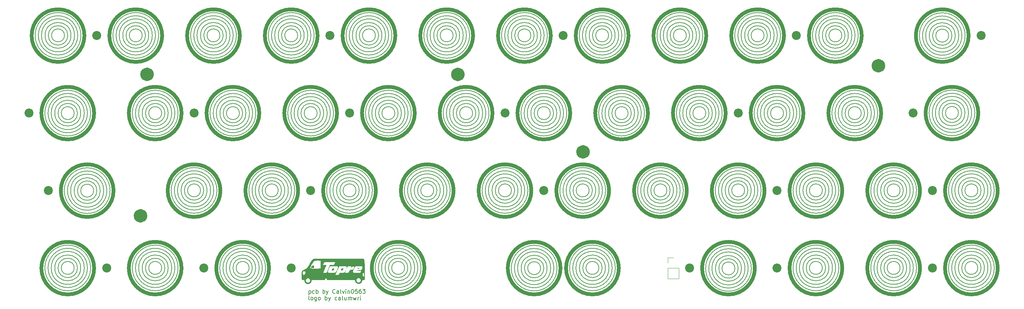
<source format=gbr>
%TF.GenerationSoftware,KiCad,Pcbnew,8.0.3*%
%TF.CreationDate,2024-08-28T23:50:46+02:00*%
%TF.ProjectId,toprevan,746f7072-6576-4616-9e2e-6b696361645f,rev?*%
%TF.SameCoordinates,Original*%
%TF.FileFunction,Legend,Top*%
%TF.FilePolarity,Positive*%
%FSLAX46Y46*%
G04 Gerber Fmt 4.6, Leading zero omitted, Abs format (unit mm)*
G04 Created by KiCad (PCBNEW 8.0.3) date 2024-08-28 23:50:46*
%MOMM*%
%LPD*%
G01*
G04 APERTURE LIST*
%ADD10C,0.150000*%
%ADD11C,1.662500*%
%ADD12C,0.200000*%
%ADD13C,0.900000*%
%ADD14C,0.120000*%
%ADD15C,0.000000*%
%ADD16C,2.200000*%
G04 APERTURE END LIST*
D10*
X223893910Y-88049840D02*
G75*
G02*
X212668590Y-88049840I-5612660J0D01*
G01*
X212668590Y-88049840D02*
G75*
G02*
X223893910Y-88049840I5612660J0D01*
G01*
X115093750Y-50006250D02*
G75*
G02*
X111918750Y-50006250I-1587500J0D01*
G01*
X111918750Y-50006250D02*
G75*
G02*
X115093750Y-50006250I1587500J0D01*
G01*
X241378597Y-88049840D02*
G75*
G02*
X233283903Y-88049840I-4047347J0D01*
G01*
X233283903Y-88049840D02*
G75*
G02*
X241378597Y-88049840I4047347J0D01*
G01*
X53181250Y-30899840D02*
G75*
G02*
X50006250Y-30899840I-1587500J0D01*
G01*
X50006250Y-30899840D02*
G75*
G02*
X53181250Y-30899840I1587500J0D01*
G01*
X42862500Y-69056250D02*
G75*
G02*
X36512500Y-69056250I-3175000J0D01*
G01*
X36512500Y-69056250D02*
G75*
G02*
X42862500Y-69056250I3175000J0D01*
G01*
X57206410Y-30899840D02*
G75*
G02*
X45981090Y-30899840I-5612660J0D01*
G01*
X45981090Y-30899840D02*
G75*
G02*
X57206410Y-30899840I5612660J0D01*
G01*
X92075000Y-30899840D02*
G75*
G02*
X87312500Y-30899840I-2381250J0D01*
G01*
X87312500Y-30899840D02*
G75*
G02*
X92075000Y-30899840I2381250J0D01*
G01*
X200897347Y-88171942D02*
G75*
G02*
X192802653Y-88171942I-4047347J0D01*
G01*
X192802653Y-88171942D02*
G75*
G02*
X200897347Y-88171942I4047347J0D01*
G01*
X257968750Y-68999840D02*
G75*
G02*
X254793750Y-68999840I-1587500J0D01*
G01*
X254793750Y-68999840D02*
G75*
G02*
X257968750Y-68999840I1587500J0D01*
G01*
X57943750Y-88049840D02*
G75*
G02*
X54768750Y-88049840I-1587500J0D01*
G01*
X54768750Y-88049840D02*
G75*
G02*
X57943750Y-88049840I1587500J0D01*
G01*
X157218910Y-50006250D02*
G75*
G02*
X145993590Y-50006250I-5612660J0D01*
G01*
X145993590Y-50006250D02*
G75*
G02*
X157218910Y-50006250I5612660J0D01*
G01*
X254000000Y-49949840D02*
G75*
G02*
X249237500Y-49949840I-2381250J0D01*
G01*
X249237500Y-49949840D02*
G75*
G02*
X254000000Y-49949840I2381250J0D01*
G01*
X38972347Y-88049840D02*
G75*
G02*
X30877653Y-88049840I-4047347J0D01*
G01*
X30877653Y-88049840D02*
G75*
G02*
X38972347Y-88049840I4047347J0D01*
G01*
X82615693Y-88049840D02*
G75*
G02*
X72959307Y-88049840I-4828193J0D01*
G01*
X72959307Y-88049840D02*
G75*
G02*
X82615693Y-88049840I4828193J0D01*
G01*
X59531250Y-50006250D02*
G75*
G02*
X53181250Y-50006250I-3175000J0D01*
G01*
X53181250Y-50006250D02*
G75*
G02*
X59531250Y-50006250I3175000J0D01*
G01*
X154781250Y-50006250D02*
G75*
G02*
X148431250Y-50006250I-3175000J0D01*
G01*
X148431250Y-50006250D02*
G75*
G02*
X154781250Y-50006250I3175000J0D01*
G01*
X118334443Y-50006250D02*
G75*
G02*
X108678057Y-50006250I-4828193J0D01*
G01*
X108678057Y-50006250D02*
G75*
G02*
X118334443Y-50006250I4828193J0D01*
G01*
X208041097Y-30899840D02*
G75*
G02*
X199946403Y-30899840I-4047347J0D01*
G01*
X199946403Y-30899840D02*
G75*
G02*
X208041097Y-30899840I4047347J0D01*
G01*
X79375000Y-88049840D02*
G75*
G02*
X76200000Y-88049840I-1587500J0D01*
G01*
X76200000Y-88049840D02*
G75*
G02*
X79375000Y-88049840I1587500J0D01*
G01*
X80962500Y-88049840D02*
G75*
G02*
X74612500Y-88049840I-3175000J0D01*
G01*
X74612500Y-88049840D02*
G75*
G02*
X80962500Y-88049840I3175000J0D01*
G01*
X201612500Y-68999840D02*
G75*
G02*
X196850000Y-68999840I-2381250J0D01*
G01*
X196850000Y-68999840D02*
G75*
G02*
X201612500Y-68999840I2381250J0D01*
G01*
X242159443Y-88049840D02*
G75*
G02*
X232503057Y-88049840I-4828193J0D01*
G01*
X232503057Y-88049840D02*
G75*
G02*
X242159443Y-88049840I4828193J0D01*
G01*
X252412500Y-30956250D02*
G75*
G02*
X246062500Y-30956250I-3175000J0D01*
G01*
X246062500Y-30956250D02*
G75*
G02*
X252412500Y-30956250I3175000J0D01*
G01*
X254793750Y-49949840D02*
G75*
G02*
X248443750Y-49949840I-3175000J0D01*
G01*
X248443750Y-49949840D02*
G75*
G02*
X254793750Y-49949840I3175000J0D01*
G01*
X100068910Y-50006250D02*
G75*
G02*
X88843590Y-50006250I-5612660J0D01*
G01*
X88843590Y-50006250D02*
G75*
G02*
X100068910Y-50006250I5612660J0D01*
G01*
X261993910Y-88049840D02*
G75*
G02*
X250768590Y-88049840I-5612660J0D01*
G01*
X250768590Y-88049840D02*
G75*
G02*
X261993910Y-88049840I5612660J0D01*
G01*
X258762500Y-68999840D02*
G75*
G02*
X254000000Y-68999840I-2381250J0D01*
G01*
X254000000Y-68999840D02*
G75*
G02*
X258762500Y-68999840I2381250J0D01*
G01*
X91281250Y-30899840D02*
G75*
G02*
X88106250Y-30899840I-1587500J0D01*
G01*
X88106250Y-30899840D02*
G75*
G02*
X91281250Y-30899840I1587500J0D01*
G01*
X73818750Y-30899840D02*
G75*
G02*
X67468750Y-30899840I-3175000J0D01*
G01*
X67468750Y-30899840D02*
G75*
G02*
X73818750Y-30899840I3175000J0D01*
G01*
X81834847Y-88049840D02*
G75*
G02*
X73740153Y-88049840I-4047347J0D01*
G01*
X73740153Y-88049840D02*
G75*
G02*
X81834847Y-88049840I4047347J0D01*
G01*
X221456250Y-68999840D02*
G75*
G02*
X215106250Y-68999840I-3175000J0D01*
G01*
X215106250Y-68999840D02*
G75*
G02*
X221456250Y-68999840I3175000J0D01*
G01*
X128643910Y-68999840D02*
G75*
G02*
X117418590Y-68999840I-5612660J0D01*
G01*
X117418590Y-68999840D02*
G75*
G02*
X128643910Y-68999840I5612660J0D01*
G01*
X241378597Y-68999840D02*
G75*
G02*
X233283903Y-68999840I-4047347J0D01*
G01*
X233283903Y-68999840D02*
G75*
G02*
X241378597Y-68999840I4047347J0D01*
G01*
X78581250Y-50006250D02*
G75*
G02*
X72231250Y-50006250I-3175000J0D01*
G01*
X72231250Y-50006250D02*
G75*
G02*
X78581250Y-50006250I3175000J0D01*
G01*
X106362500Y-68999840D02*
G75*
G02*
X101600000Y-68999840I-2381250J0D01*
G01*
X101600000Y-68999840D02*
G75*
G02*
X106362500Y-68999840I2381250J0D01*
G01*
X206375000Y-30899840D02*
G75*
G02*
X201612500Y-30899840I-2381250J0D01*
G01*
X201612500Y-30899840D02*
G75*
G02*
X206375000Y-30899840I2381250J0D01*
G01*
X185009443Y-68999840D02*
G75*
G02*
X175353057Y-68999840I-4828193J0D01*
G01*
X175353057Y-68999840D02*
G75*
G02*
X185009443Y-68999840I4828193J0D01*
G01*
X109593910Y-68999840D02*
G75*
G02*
X98368590Y-68999840I-5612660J0D01*
G01*
X98368590Y-68999840D02*
G75*
G02*
X109593910Y-68999840I5612660J0D01*
G01*
X61184443Y-88049840D02*
G75*
G02*
X51528057Y-88049840I-4828193J0D01*
G01*
X51528057Y-88049840D02*
G75*
G02*
X61184443Y-88049840I4828193J0D01*
G01*
X146909443Y-68999840D02*
G75*
G02*
X137253057Y-68999840I-4828193J0D01*
G01*
X137253057Y-68999840D02*
G75*
G02*
X146909443Y-68999840I4828193J0D01*
G01*
X165959443Y-68999840D02*
G75*
G02*
X156303057Y-68999840I-4828193J0D01*
G01*
X156303057Y-68999840D02*
G75*
G02*
X165959443Y-68999840I4828193J0D01*
G01*
X87312500Y-68999840D02*
G75*
G02*
X82550000Y-68999840I-2381250J0D01*
G01*
X82550000Y-68999840D02*
G75*
G02*
X87312500Y-68999840I2381250J0D01*
G01*
X76993750Y-50006250D02*
G75*
G02*
X73818750Y-50006250I-1587500J0D01*
G01*
X73818750Y-50006250D02*
G75*
G02*
X76993750Y-50006250I1587500J0D01*
G01*
X223893910Y-68999840D02*
G75*
G02*
X212668590Y-68999840I-5612660J0D01*
G01*
X212668590Y-68999840D02*
G75*
G02*
X223893910Y-68999840I5612660J0D01*
G01*
X40537660Y-50006250D02*
G75*
G02*
X29312340Y-50006250I-5612660J0D01*
G01*
X29312340Y-50006250D02*
G75*
G02*
X40537660Y-50006250I5612660J0D01*
G01*
X108809443Y-68999840D02*
G75*
G02*
X99153057Y-68999840I-4828193J0D01*
G01*
X99153057Y-68999840D02*
G75*
G02*
X108809443Y-68999840I4828193J0D01*
G01*
X111125000Y-30899840D02*
G75*
G02*
X106362500Y-30899840I-2381250J0D01*
G01*
X106362500Y-30899840D02*
G75*
G02*
X111125000Y-30899840I2381250J0D01*
G01*
X175484443Y-50006250D02*
G75*
G02*
X165828057Y-50006250I-4828193J0D01*
G01*
X165828057Y-50006250D02*
G75*
G02*
X175484443Y-50006250I4828193J0D01*
G01*
X152400000Y-88106250D02*
G75*
G02*
X146050000Y-88106250I-3175000J0D01*
G01*
X146050000Y-88106250D02*
G75*
G02*
X152400000Y-88106250I3175000J0D01*
G01*
X57943750Y-50006250D02*
G75*
G02*
X54768750Y-50006250I-1587500J0D01*
G01*
X54768750Y-50006250D02*
G75*
G02*
X57943750Y-50006250I1587500J0D01*
G01*
X151671943Y-30899840D02*
G75*
G02*
X142015557Y-30899840I-4828193J0D01*
G01*
X142015557Y-30899840D02*
G75*
G02*
X151671943Y-30899840I4828193J0D01*
G01*
X192881250Y-50006250D02*
G75*
G02*
X186531250Y-50006250I-3175000J0D01*
G01*
X186531250Y-50006250D02*
G75*
G02*
X192881250Y-50006250I3175000J0D01*
G01*
X38972347Y-50006250D02*
G75*
G02*
X30877653Y-50006250I-4047347J0D01*
G01*
X30877653Y-50006250D02*
G75*
G02*
X38972347Y-50006250I4047347J0D01*
G01*
X242159443Y-68999840D02*
G75*
G02*
X232503057Y-68999840I-4828193J0D01*
G01*
X232503057Y-68999840D02*
G75*
G02*
X242159443Y-68999840I4828193J0D01*
G01*
X124618750Y-68999840D02*
G75*
G02*
X121443750Y-68999840I-1587500J0D01*
G01*
X121443750Y-68999840D02*
G75*
G02*
X124618750Y-68999840I1587500J0D01*
G01*
X110331250Y-30899840D02*
G75*
G02*
X107156250Y-30899840I-1587500J0D01*
G01*
X107156250Y-30899840D02*
G75*
G02*
X110331250Y-30899840I1587500J0D01*
G01*
X37306250Y-50006250D02*
G75*
G02*
X32543750Y-50006250I-2381250J0D01*
G01*
X32543750Y-50006250D02*
G75*
G02*
X37306250Y-50006250I2381250J0D01*
G01*
X259556250Y-68999840D02*
G75*
G02*
X253206250Y-68999840I-3175000J0D01*
G01*
X253206250Y-68999840D02*
G75*
G02*
X259556250Y-68999840I3175000J0D01*
G01*
X61968910Y-50006250D02*
G75*
G02*
X50743590Y-50006250I-5612660J0D01*
G01*
X50743590Y-50006250D02*
G75*
G02*
X61968910Y-50006250I5612660J0D01*
G01*
X38100000Y-88049840D02*
G75*
G02*
X31750000Y-88049840I-3175000J0D01*
G01*
X31750000Y-88049840D02*
G75*
G02*
X38100000Y-88049840I3175000J0D01*
G01*
X163512500Y-68999840D02*
G75*
G02*
X158750000Y-68999840I-2381250J0D01*
G01*
X158750000Y-68999840D02*
G75*
G02*
X163512500Y-68999840I2381250J0D01*
G01*
X40537660Y-88049840D02*
G75*
G02*
X29312340Y-88049840I-5612660J0D01*
G01*
X29312340Y-88049840D02*
G75*
G02*
X40537660Y-88049840I5612660J0D01*
G01*
X227871943Y-30899840D02*
G75*
G02*
X218215557Y-30899840I-4828193J0D01*
G01*
X218215557Y-30899840D02*
G75*
G02*
X227871943Y-30899840I4828193J0D01*
G01*
X95306410Y-30899840D02*
G75*
G02*
X84081090Y-30899840I-5612660J0D01*
G01*
X84081090Y-30899840D02*
G75*
G02*
X95306410Y-30899840I5612660J0D01*
G01*
X188991097Y-30899840D02*
G75*
G02*
X180896403Y-30899840I-4047347J0D01*
G01*
X180896403Y-30899840D02*
G75*
G02*
X188991097Y-30899840I4047347J0D01*
G01*
X169125160Y-88049840D02*
G75*
G02*
X157899840Y-88049840I-5612660J0D01*
G01*
X157899840Y-88049840D02*
G75*
G02*
X169125160Y-88049840I5612660J0D01*
G01*
X148431250Y-30899840D02*
G75*
G02*
X145256250Y-30899840I-1587500J0D01*
G01*
X145256250Y-30899840D02*
G75*
G02*
X148431250Y-30899840I1587500J0D01*
G01*
X219868750Y-88049840D02*
G75*
G02*
X216693750Y-88049840I-1587500J0D01*
G01*
X216693750Y-88049840D02*
G75*
G02*
X219868750Y-88049840I1587500J0D01*
G01*
X131841097Y-30899840D02*
G75*
G02*
X123746403Y-30899840I-4047347J0D01*
G01*
X123746403Y-30899840D02*
G75*
G02*
X131841097Y-30899840I4047347J0D01*
G01*
X220662500Y-88049840D02*
G75*
G02*
X215900000Y-88049840I-2381250J0D01*
G01*
X215900000Y-88049840D02*
G75*
G02*
X220662500Y-88049840I2381250J0D01*
G01*
X162718750Y-68999840D02*
G75*
G02*
X159543750Y-68999840I-1587500J0D01*
G01*
X159543750Y-68999840D02*
G75*
G02*
X162718750Y-68999840I1587500J0D01*
G01*
X38100000Y-50006250D02*
G75*
G02*
X31750000Y-50006250I-3175000J0D01*
G01*
X31750000Y-50006250D02*
G75*
G02*
X38100000Y-50006250I3175000J0D01*
G01*
X188118750Y-30899840D02*
G75*
G02*
X181768750Y-30899840I-3175000J0D01*
G01*
X181768750Y-30899840D02*
G75*
G02*
X188118750Y-30899840I3175000J0D01*
G01*
X220662500Y-68999840D02*
G75*
G02*
X215900000Y-68999840I-2381250J0D01*
G01*
X215900000Y-68999840D02*
G75*
G02*
X220662500Y-68999840I2381250J0D01*
G01*
X222328597Y-88049840D02*
G75*
G02*
X214233903Y-88049840I-4047347J0D01*
G01*
X214233903Y-88049840D02*
G75*
G02*
X222328597Y-88049840I4047347J0D01*
G01*
X119934847Y-88049840D02*
G75*
G02*
X111840153Y-88049840I-4047347J0D01*
G01*
X111840153Y-88049840D02*
G75*
G02*
X119934847Y-88049840I4047347J0D01*
G01*
X72231250Y-30899840D02*
G75*
G02*
X69056250Y-30899840I-1587500J0D01*
G01*
X69056250Y-30899840D02*
G75*
G02*
X72231250Y-30899840I1587500J0D01*
G01*
X150812500Y-88106250D02*
G75*
G02*
X147637500Y-88106250I-1587500J0D01*
G01*
X147637500Y-88106250D02*
G75*
G02*
X150812500Y-88106250I1587500J0D01*
G01*
X149225000Y-30899840D02*
G75*
G02*
X144462500Y-30899840I-2381250J0D01*
G01*
X144462500Y-30899840D02*
G75*
G02*
X149225000Y-30899840I2381250J0D01*
G01*
X194534443Y-50006250D02*
G75*
G02*
X184878057Y-50006250I-4828193J0D01*
G01*
X184878057Y-50006250D02*
G75*
G02*
X194534443Y-50006250I4828193J0D01*
G01*
X70709443Y-68999840D02*
G75*
G02*
X61053057Y-68999840I-4828193J0D01*
G01*
X61053057Y-68999840D02*
G75*
G02*
X70709443Y-68999840I4828193J0D01*
G01*
X207168750Y-30899840D02*
G75*
G02*
X200818750Y-30899840I-3175000J0D01*
G01*
X200818750Y-30899840D02*
G75*
G02*
X207168750Y-30899840I3175000J0D01*
G01*
X117553597Y-50006250D02*
G75*
G02*
X109458903Y-50006250I-4047347J0D01*
G01*
X109458903Y-50006250D02*
G75*
G02*
X117553597Y-50006250I4047347J0D01*
G01*
X153987500Y-50006250D02*
G75*
G02*
X149225000Y-50006250I-2381250J0D01*
G01*
X149225000Y-50006250D02*
G75*
G02*
X153987500Y-50006250I2381250J0D01*
G01*
X121500160Y-88049840D02*
G75*
G02*
X110274840Y-88049840I-5612660J0D01*
G01*
X110274840Y-88049840D02*
G75*
G02*
X121500160Y-88049840I5612660J0D01*
G01*
X191293750Y-50006250D02*
G75*
G02*
X188118750Y-50006250I-1587500J0D01*
G01*
X188118750Y-50006250D02*
G75*
G02*
X191293750Y-50006250I1587500J0D01*
G01*
X53975000Y-30899840D02*
G75*
G02*
X49212500Y-30899840I-2381250J0D01*
G01*
X49212500Y-30899840D02*
G75*
G02*
X53975000Y-30899840I2381250J0D01*
G01*
X138168910Y-50006250D02*
G75*
G02*
X126943590Y-50006250I-5612660J0D01*
G01*
X126943590Y-50006250D02*
G75*
G02*
X138168910Y-50006250I5612660J0D01*
G01*
X71493910Y-68999840D02*
G75*
G02*
X60268590Y-68999840I-5612660J0D01*
G01*
X60268590Y-68999840D02*
G75*
G02*
X71493910Y-68999840I5612660J0D01*
G01*
X223109443Y-88049840D02*
G75*
G02*
X213453057Y-88049840I-4828193J0D01*
G01*
X213453057Y-88049840D02*
G75*
G02*
X223109443Y-88049840I4828193J0D01*
G01*
X231853597Y-50006250D02*
G75*
G02*
X223758903Y-50006250I-4047347J0D01*
G01*
X223758903Y-50006250D02*
G75*
G02*
X231853597Y-50006250I4047347J0D01*
G01*
X165178597Y-68999840D02*
G75*
G02*
X157083903Y-68999840I-4047347J0D01*
G01*
X157083903Y-68999840D02*
G75*
G02*
X165178597Y-68999840I4047347J0D01*
G01*
X168275000Y-30899840D02*
G75*
G02*
X163512500Y-30899840I-2381250J0D01*
G01*
X163512500Y-30899840D02*
G75*
G02*
X168275000Y-30899840I2381250J0D01*
G01*
X36512500Y-50006250D02*
G75*
G02*
X33337500Y-50006250I-1587500J0D01*
G01*
X33337500Y-50006250D02*
G75*
G02*
X36512500Y-50006250I1587500J0D01*
G01*
X259556250Y-88049840D02*
G75*
G02*
X253206250Y-88049840I-3175000J0D01*
G01*
X253206250Y-88049840D02*
G75*
G02*
X259556250Y-88049840I3175000J0D01*
G01*
X45300160Y-69056250D02*
G75*
G02*
X34074840Y-69056250I-5612660J0D01*
G01*
X34074840Y-69056250D02*
G75*
G02*
X45300160Y-69056250I5612660J0D01*
G01*
X261209443Y-88049840D02*
G75*
G02*
X251553057Y-88049840I-4828193J0D01*
G01*
X251553057Y-88049840D02*
G75*
G02*
X261209443Y-88049840I4828193J0D01*
G01*
X153272347Y-88106250D02*
G75*
G02*
X145177653Y-88106250I-4047347J0D01*
G01*
X145177653Y-88106250D02*
G75*
G02*
X153272347Y-88106250I4047347J0D01*
G01*
X37306250Y-88049840D02*
G75*
G02*
X32543750Y-88049840I-2381250J0D01*
G01*
X32543750Y-88049840D02*
G75*
G02*
X37306250Y-88049840I2381250J0D01*
G01*
X261209443Y-68999840D02*
G75*
G02*
X251553057Y-68999840I-4828193J0D01*
G01*
X251553057Y-68999840D02*
G75*
G02*
X261209443Y-68999840I4828193J0D01*
G01*
X88106250Y-68999840D02*
G75*
G02*
X81756250Y-68999840I-3175000J0D01*
G01*
X81756250Y-68999840D02*
G75*
G02*
X88106250Y-68999840I3175000J0D01*
G01*
X55641097Y-30899840D02*
G75*
G02*
X47546403Y-30899840I-4047347J0D01*
G01*
X47546403Y-30899840D02*
G75*
G02*
X55641097Y-30899840I4047347J0D01*
G01*
X37371943Y-30899840D02*
G75*
G02*
X27715557Y-30899840I-4828193J0D01*
G01*
X27715557Y-30899840D02*
G75*
G02*
X37371943Y-30899840I4828193J0D01*
G01*
X232634443Y-50006250D02*
G75*
G02*
X222978057Y-50006250I-4828193J0D01*
G01*
X222978057Y-50006250D02*
G75*
G02*
X232634443Y-50006250I4828193J0D01*
G01*
X136603597Y-50006250D02*
G75*
G02*
X128508903Y-50006250I-4047347J0D01*
G01*
X128508903Y-50006250D02*
G75*
G02*
X136603597Y-50006250I4047347J0D01*
G01*
X213584443Y-50006250D02*
G75*
G02*
X203928057Y-50006250I-4828193J0D01*
G01*
X203928057Y-50006250D02*
G75*
G02*
X213584443Y-50006250I4828193J0D01*
G01*
X253284847Y-30956250D02*
G75*
G02*
X245190153Y-30956250I-4047347J0D01*
G01*
X245190153Y-30956250D02*
G75*
G02*
X253284847Y-30956250I4047347J0D01*
G01*
X189771943Y-30899840D02*
G75*
G02*
X180115557Y-30899840I-4828193J0D01*
G01*
X180115557Y-30899840D02*
G75*
G02*
X189771943Y-30899840I4828193J0D01*
G01*
X34925000Y-30899840D02*
G75*
G02*
X30162500Y-30899840I-2381250J0D01*
G01*
X30162500Y-30899840D02*
G75*
G02*
X34925000Y-30899840I2381250J0D01*
G01*
X239712500Y-88049840D02*
G75*
G02*
X234950000Y-88049840I-2381250J0D01*
G01*
X234950000Y-88049840D02*
G75*
G02*
X239712500Y-88049840I2381250J0D01*
G01*
X150891097Y-30899840D02*
G75*
G02*
X142796403Y-30899840I-4047347J0D01*
G01*
X142796403Y-30899840D02*
G75*
G02*
X150891097Y-30899840I4047347J0D01*
G01*
X239712500Y-68999840D02*
G75*
G02*
X234950000Y-68999840I-2381250J0D01*
G01*
X234950000Y-68999840D02*
G75*
G02*
X239712500Y-68999840I2381250J0D01*
G01*
X172243750Y-50006250D02*
G75*
G02*
X169068750Y-50006250I-1587500J0D01*
G01*
X169068750Y-50006250D02*
G75*
G02*
X172243750Y-50006250I1587500J0D01*
G01*
X90543910Y-68999840D02*
G75*
G02*
X79318590Y-68999840I-5612660J0D01*
G01*
X79318590Y-68999840D02*
G75*
G02*
X90543910Y-68999840I5612660J0D01*
G01*
X60403597Y-50006250D02*
G75*
G02*
X52308903Y-50006250I-4047347J0D01*
G01*
X52308903Y-50006250D02*
G75*
G02*
X60403597Y-50006250I4047347J0D01*
G01*
X182562500Y-68999840D02*
G75*
G02*
X177800000Y-68999840I-2381250J0D01*
G01*
X177800000Y-68999840D02*
G75*
G02*
X182562500Y-68999840I2381250J0D01*
G01*
X151606250Y-88106250D02*
G75*
G02*
X146843750Y-88106250I-2381250J0D01*
G01*
X146843750Y-88106250D02*
G75*
G02*
X151606250Y-88106250I2381250J0D01*
G01*
X199231250Y-88171942D02*
G75*
G02*
X194468750Y-88171942I-2381250J0D01*
G01*
X194468750Y-88171942D02*
G75*
G02*
X199231250Y-88171942I2381250J0D01*
G01*
X58737500Y-50006250D02*
G75*
G02*
X53975000Y-50006250I-2381250J0D01*
G01*
X53975000Y-50006250D02*
G75*
G02*
X58737500Y-50006250I2381250J0D01*
G01*
X186531250Y-30899840D02*
G75*
G02*
X183356250Y-30899840I-1587500J0D01*
G01*
X183356250Y-30899840D02*
G75*
G02*
X186531250Y-30899840I1587500J0D01*
G01*
X36591097Y-30899840D02*
G75*
G02*
X28496403Y-30899840I-4047347J0D01*
G01*
X28496403Y-30899840D02*
G75*
G02*
X36591097Y-30899840I4047347J0D01*
G01*
X44515693Y-69056250D02*
G75*
G02*
X34859307Y-69056250I-4828193J0D01*
G01*
X34859307Y-69056250D02*
G75*
G02*
X44515693Y-69056250I4828193J0D01*
G01*
X76256410Y-30899840D02*
G75*
G02*
X65031090Y-30899840I-5612660J0D01*
G01*
X65031090Y-30899840D02*
G75*
G02*
X76256410Y-30899840I5612660J0D01*
G01*
X73025000Y-30899840D02*
G75*
G02*
X68262500Y-30899840I-2381250J0D01*
G01*
X68262500Y-30899840D02*
G75*
G02*
X73025000Y-30899840I2381250J0D01*
G01*
X146128597Y-68999840D02*
G75*
G02*
X138033903Y-68999840I-4047347J0D01*
G01*
X138033903Y-68999840D02*
G75*
G02*
X146128597Y-68999840I4047347J0D01*
G01*
X224631250Y-30899840D02*
G75*
G02*
X221456250Y-30899840I-1587500J0D01*
G01*
X221456250Y-30899840D02*
G75*
G02*
X224631250Y-30899840I1587500J0D01*
G01*
X173831250Y-50006250D02*
G75*
G02*
X167481250Y-50006250I-3175000J0D01*
G01*
X167481250Y-50006250D02*
G75*
G02*
X173831250Y-50006250I3175000J0D01*
G01*
X169941097Y-30899840D02*
G75*
G02*
X161846403Y-30899840I-4047347J0D01*
G01*
X161846403Y-30899840D02*
G75*
G02*
X169941097Y-30899840I4047347J0D01*
G01*
X43734847Y-69056250D02*
G75*
G02*
X35640153Y-69056250I-4047347J0D01*
G01*
X35640153Y-69056250D02*
G75*
G02*
X43734847Y-69056250I4047347J0D01*
G01*
X36512500Y-88049840D02*
G75*
G02*
X33337500Y-88049840I-1587500J0D01*
G01*
X33337500Y-88049840D02*
G75*
G02*
X36512500Y-88049840I1587500J0D01*
G01*
X116681250Y-50006250D02*
G75*
G02*
X110331250Y-50006250I-3175000J0D01*
G01*
X110331250Y-50006250D02*
G75*
G02*
X116681250Y-50006250I3175000J0D01*
G01*
X202406250Y-68999840D02*
G75*
G02*
X196056250Y-68999840I-3175000J0D01*
G01*
X196056250Y-68999840D02*
G75*
G02*
X202406250Y-68999840I3175000J0D01*
G01*
X75471943Y-30899840D02*
G75*
G02*
X65815557Y-30899840I-4828193J0D01*
G01*
X65815557Y-30899840D02*
G75*
G02*
X75471943Y-30899840I4828193J0D01*
G01*
X242943910Y-68999840D02*
G75*
G02*
X231718590Y-68999840I-5612660J0D01*
G01*
X231718590Y-68999840D02*
G75*
G02*
X242943910Y-68999840I5612660J0D01*
G01*
X250825000Y-30956250D02*
G75*
G02*
X247650000Y-30956250I-1587500J0D01*
G01*
X247650000Y-30956250D02*
G75*
G02*
X250825000Y-30956250I1587500J0D01*
G01*
X254850160Y-30956250D02*
G75*
G02*
X243624840Y-30956250I-5612660J0D01*
G01*
X243624840Y-30956250D02*
G75*
G02*
X254850160Y-30956250I5612660J0D01*
G01*
X39753193Y-88049840D02*
G75*
G02*
X30096807Y-88049840I-4828193J0D01*
G01*
X30096807Y-88049840D02*
G75*
G02*
X39753193Y-88049840I4828193J0D01*
G01*
X74691097Y-30899840D02*
G75*
G02*
X66596403Y-30899840I-4047347J0D01*
G01*
X66596403Y-30899840D02*
G75*
G02*
X74691097Y-30899840I4047347J0D01*
G01*
X153193750Y-50006250D02*
G75*
G02*
X150018750Y-50006250I-1587500J0D01*
G01*
X150018750Y-50006250D02*
G75*
G02*
X153193750Y-50006250I1587500J0D01*
G01*
X256446943Y-49949840D02*
G75*
G02*
X246790557Y-49949840I-4828193J0D01*
G01*
X246790557Y-49949840D02*
G75*
G02*
X256446943Y-49949840I4828193J0D01*
G01*
X68262500Y-68999840D02*
G75*
G02*
X63500000Y-68999840I-2381250J0D01*
G01*
X63500000Y-68999840D02*
G75*
G02*
X68262500Y-68999840I2381250J0D01*
G01*
X212803597Y-50006250D02*
G75*
G02*
X204708903Y-50006250I-4047347J0D01*
G01*
X204708903Y-50006250D02*
G75*
G02*
X212803597Y-50006250I4047347J0D01*
G01*
X144462500Y-68999840D02*
G75*
G02*
X139700000Y-68999840I-2381250J0D01*
G01*
X139700000Y-68999840D02*
G75*
G02*
X144462500Y-68999840I2381250J0D01*
G01*
X130175000Y-30899840D02*
G75*
G02*
X125412500Y-30899840I-2381250J0D01*
G01*
X125412500Y-30899840D02*
G75*
G02*
X130175000Y-30899840I2381250J0D01*
G01*
X219868750Y-68999840D02*
G75*
G02*
X216693750Y-68999840I-1587500J0D01*
G01*
X216693750Y-68999840D02*
G75*
G02*
X219868750Y-68999840I1587500J0D01*
G01*
X240506250Y-88049840D02*
G75*
G02*
X234156250Y-88049840I-3175000J0D01*
G01*
X234156250Y-88049840D02*
G75*
G02*
X240506250Y-88049840I3175000J0D01*
G01*
X167559847Y-88049840D02*
G75*
G02*
X159465153Y-88049840I-4047347J0D01*
G01*
X159465153Y-88049840D02*
G75*
G02*
X167559847Y-88049840I4047347J0D01*
G01*
X260428597Y-88049840D02*
G75*
G02*
X252333903Y-88049840I-4047347J0D01*
G01*
X252333903Y-88049840D02*
G75*
G02*
X260428597Y-88049840I4047347J0D01*
G01*
X193753597Y-50006250D02*
G75*
G02*
X185658903Y-50006250I-4047347J0D01*
G01*
X185658903Y-50006250D02*
G75*
G02*
X193753597Y-50006250I4047347J0D01*
G01*
X125412500Y-68999840D02*
G75*
G02*
X120650000Y-68999840I-2381250J0D01*
G01*
X120650000Y-68999840D02*
G75*
G02*
X125412500Y-68999840I2381250J0D01*
G01*
X130968750Y-30899840D02*
G75*
G02*
X124618750Y-30899840I-3175000J0D01*
G01*
X124618750Y-30899840D02*
G75*
G02*
X130968750Y-30899840I3175000J0D01*
G01*
X60403597Y-88049840D02*
G75*
G02*
X52308903Y-88049840I-4047347J0D01*
G01*
X52308903Y-88049840D02*
G75*
G02*
X60403597Y-88049840I4047347J0D01*
G01*
X174703597Y-50006250D02*
G75*
G02*
X166608903Y-50006250I-4047347J0D01*
G01*
X166608903Y-50006250D02*
G75*
G02*
X174703597Y-50006250I4047347J0D01*
G01*
X258762500Y-88049840D02*
G75*
G02*
X254000000Y-88049840I-2381250J0D01*
G01*
X254000000Y-88049840D02*
G75*
G02*
X258762500Y-88049840I2381250J0D01*
G01*
X166743910Y-68999840D02*
G75*
G02*
X155518590Y-68999840I-5612660J0D01*
G01*
X155518590Y-68999840D02*
G75*
G02*
X166743910Y-68999840I5612660J0D01*
G01*
X94521943Y-30899840D02*
G75*
G02*
X84865557Y-30899840I-4828193J0D01*
G01*
X84865557Y-30899840D02*
G75*
G02*
X94521943Y-30899840I4828193J0D01*
G01*
X80234443Y-50006250D02*
G75*
G02*
X70578057Y-50006250I-4828193J0D01*
G01*
X70578057Y-50006250D02*
G75*
G02*
X80234443Y-50006250I4828193J0D01*
G01*
X221456250Y-88049840D02*
G75*
G02*
X215106250Y-88049840I-3175000J0D01*
G01*
X215106250Y-88049840D02*
G75*
G02*
X221456250Y-88049840I3175000J0D01*
G01*
X127859443Y-68999840D02*
G75*
G02*
X118203057Y-68999840I-4828193J0D01*
G01*
X118203057Y-68999840D02*
G75*
G02*
X127859443Y-68999840I4828193J0D01*
G01*
X154837660Y-88106250D02*
G75*
G02*
X143612340Y-88106250I-5612660J0D01*
G01*
X143612340Y-88106250D02*
G75*
G02*
X154837660Y-88106250I5612660J0D01*
G01*
X227091097Y-30899840D02*
G75*
G02*
X218996403Y-30899840I-4047347J0D01*
G01*
X218996403Y-30899840D02*
G75*
G02*
X227091097Y-30899840I4047347J0D01*
G01*
D11*
X131358823Y-40493917D02*
G75*
G02*
X129696323Y-40493917I-831250J0D01*
G01*
X129696323Y-40493917D02*
G75*
G02*
X131358823Y-40493917I831250J0D01*
G01*
D10*
X195318910Y-50006250D02*
G75*
G02*
X184093590Y-50006250I-5612660J0D01*
G01*
X184093590Y-50006250D02*
G75*
G02*
X195318910Y-50006250I5612660J0D01*
G01*
X38156410Y-30899840D02*
G75*
G02*
X26931090Y-30899840I-5612660J0D01*
G01*
X26931090Y-30899840D02*
G75*
G02*
X38156410Y-30899840I5612660J0D01*
G01*
X134143750Y-50006250D02*
G75*
G02*
X130968750Y-50006250I-1587500J0D01*
G01*
X130968750Y-50006250D02*
G75*
G02*
X134143750Y-50006250I1587500J0D01*
G01*
X154053193Y-88106250D02*
G75*
G02*
X144396807Y-88106250I-4828193J0D01*
G01*
X144396807Y-88106250D02*
G75*
G02*
X154053193Y-88106250I4828193J0D01*
G01*
X251618750Y-30956250D02*
G75*
G02*
X246856250Y-30956250I-2381250J0D01*
G01*
X246856250Y-30956250D02*
G75*
G02*
X251618750Y-30956250I2381250J0D01*
G01*
D11*
X55190491Y-40481250D02*
G75*
G02*
X53527991Y-40481250I-831250J0D01*
G01*
X53527991Y-40481250D02*
G75*
G02*
X55190491Y-40481250I831250J0D01*
G01*
D10*
X183356250Y-68999840D02*
G75*
G02*
X177006250Y-68999840I-3175000J0D01*
G01*
X177006250Y-68999840D02*
G75*
G02*
X183356250Y-68999840I3175000J0D01*
G01*
X233418910Y-50006250D02*
G75*
G02*
X222193590Y-50006250I-5612660J0D01*
G01*
X222193590Y-50006250D02*
G75*
G02*
X233418910Y-50006250I5612660J0D01*
G01*
X120715693Y-88049840D02*
G75*
G02*
X111059307Y-88049840I-4828193J0D01*
G01*
X111059307Y-88049840D02*
G75*
G02*
X120715693Y-88049840I4828193J0D01*
G01*
X165893750Y-88049840D02*
G75*
G02*
X161131250Y-88049840I-2381250J0D01*
G01*
X161131250Y-88049840D02*
G75*
G02*
X165893750Y-88049840I2381250J0D01*
G01*
X77787500Y-50006250D02*
G75*
G02*
X73025000Y-50006250I-2381250J0D01*
G01*
X73025000Y-50006250D02*
G75*
G02*
X77787500Y-50006250I2381250J0D01*
G01*
X225425000Y-30899840D02*
G75*
G02*
X220662500Y-30899840I-2381250J0D01*
G01*
X220662500Y-30899840D02*
G75*
G02*
X225425000Y-30899840I2381250J0D01*
G01*
X230981250Y-50006250D02*
G75*
G02*
X224631250Y-50006250I-3175000J0D01*
G01*
X224631250Y-50006250D02*
G75*
G02*
X230981250Y-50006250I3175000J0D01*
G01*
X89759443Y-68999840D02*
G75*
G02*
X80103057Y-68999840I-4828193J0D01*
G01*
X80103057Y-68999840D02*
G75*
G02*
X89759443Y-68999840I4828193J0D01*
G01*
X92868750Y-30899840D02*
G75*
G02*
X86518750Y-30899840I-3175000J0D01*
G01*
X86518750Y-30899840D02*
G75*
G02*
X92868750Y-30899840I3175000J0D01*
G01*
X156434443Y-50006250D02*
G75*
G02*
X146778057Y-50006250I-4828193J0D01*
G01*
X146778057Y-50006250D02*
G75*
G02*
X156434443Y-50006250I4828193J0D01*
G01*
X96043750Y-50006250D02*
G75*
G02*
X92868750Y-50006250I-1587500J0D01*
G01*
X92868750Y-50006250D02*
G75*
G02*
X96043750Y-50006250I1587500J0D01*
G01*
X167481250Y-30899840D02*
G75*
G02*
X164306250Y-30899840I-1587500J0D01*
G01*
X164306250Y-30899840D02*
G75*
G02*
X167481250Y-30899840I1587500J0D01*
G01*
X211137500Y-50006250D02*
G75*
G02*
X206375000Y-50006250I-2381250J0D01*
G01*
X206375000Y-50006250D02*
G75*
G02*
X211137500Y-50006250I2381250J0D01*
G01*
X173037500Y-50006250D02*
G75*
G02*
X168275000Y-50006250I-2381250J0D01*
G01*
X168275000Y-50006250D02*
G75*
G02*
X173037500Y-50006250I2381250J0D01*
G01*
X150018750Y-30899840D02*
G75*
G02*
X143668750Y-30899840I-3175000J0D01*
G01*
X143668750Y-30899840D02*
G75*
G02*
X150018750Y-30899840I3175000J0D01*
G01*
X97631250Y-50006250D02*
G75*
G02*
X91281250Y-50006250I-3175000J0D01*
G01*
X91281250Y-50006250D02*
G75*
G02*
X97631250Y-50006250I3175000J0D01*
G01*
X226218750Y-30899840D02*
G75*
G02*
X219868750Y-30899840I-3175000J0D01*
G01*
X219868750Y-30899840D02*
G75*
G02*
X226218750Y-30899840I3175000J0D01*
G01*
X209606410Y-30899840D02*
G75*
G02*
X198381090Y-30899840I-5612660J0D01*
G01*
X198381090Y-30899840D02*
G75*
G02*
X209606410Y-30899840I5612660J0D01*
G01*
X230187500Y-50006250D02*
G75*
G02*
X225425000Y-50006250I-2381250J0D01*
G01*
X225425000Y-50006250D02*
G75*
G02*
X230187500Y-50006250I2381250J0D01*
G01*
X115887500Y-50006250D02*
G75*
G02*
X111125000Y-50006250I-2381250J0D01*
G01*
X111125000Y-50006250D02*
G75*
G02*
X115887500Y-50006250I2381250J0D01*
G01*
X155653597Y-50006250D02*
G75*
G02*
X147558903Y-50006250I-4047347J0D01*
G01*
X147558903Y-50006250D02*
G75*
G02*
X155653597Y-50006250I4047347J0D01*
G01*
X134937500Y-50006250D02*
G75*
G02*
X130175000Y-50006250I-2381250J0D01*
G01*
X130175000Y-50006250D02*
G75*
G02*
X134937500Y-50006250I2381250J0D01*
G01*
X61968910Y-88049840D02*
G75*
G02*
X50743590Y-88049840I-5612660J0D01*
G01*
X50743590Y-88049840D02*
G75*
G02*
X61968910Y-88049840I5612660J0D01*
G01*
X135731250Y-50006250D02*
G75*
G02*
X129381250Y-50006250I-3175000J0D01*
G01*
X129381250Y-50006250D02*
G75*
G02*
X135731250Y-50006250I3175000J0D01*
G01*
X184228597Y-68999840D02*
G75*
G02*
X176133903Y-68999840I-4047347J0D01*
G01*
X176133903Y-68999840D02*
G75*
G02*
X184228597Y-68999840I4047347J0D01*
G01*
X255666097Y-49949840D02*
G75*
G02*
X247571403Y-49949840I-4047347J0D01*
G01*
X247571403Y-49949840D02*
G75*
G02*
X255666097Y-49949840I4047347J0D01*
G01*
D11*
X53590324Y-75254242D02*
G75*
G02*
X51927824Y-75254242I-831250J0D01*
G01*
X51927824Y-75254242D02*
G75*
G02*
X53590324Y-75254242I831250J0D01*
G01*
D10*
X152456410Y-30899840D02*
G75*
G02*
X141231090Y-30899840I-5612660J0D01*
G01*
X141231090Y-30899840D02*
G75*
G02*
X152456410Y-30899840I5612660J0D01*
G01*
X111918750Y-30899840D02*
G75*
G02*
X105568750Y-30899840I-3175000J0D01*
G01*
X105568750Y-30899840D02*
G75*
G02*
X111918750Y-30899840I3175000J0D01*
G01*
X105568750Y-68999840D02*
G75*
G02*
X102393750Y-68999840I-1587500J0D01*
G01*
X102393750Y-68999840D02*
G75*
G02*
X105568750Y-68999840I1587500J0D01*
G01*
X254065693Y-30956250D02*
G75*
G02*
X244409307Y-30956250I-4828193J0D01*
G01*
X244409307Y-30956250D02*
G75*
G02*
X254065693Y-30956250I4828193J0D01*
G01*
X35718750Y-30899840D02*
G75*
G02*
X29368750Y-30899840I-3175000J0D01*
G01*
X29368750Y-30899840D02*
G75*
G02*
X35718750Y-30899840I3175000J0D01*
G01*
X133406410Y-30899840D02*
G75*
G02*
X122181090Y-30899840I-5612660J0D01*
G01*
X122181090Y-30899840D02*
G75*
G02*
X133406410Y-30899840I5612660J0D01*
G01*
X181768750Y-68999840D02*
G75*
G02*
X178593750Y-68999840I-1587500J0D01*
G01*
X178593750Y-68999840D02*
G75*
G02*
X181768750Y-68999840I1587500J0D01*
G01*
X208821943Y-30899840D02*
G75*
G02*
X199165557Y-30899840I-4828193J0D01*
G01*
X199165557Y-30899840D02*
G75*
G02*
X208821943Y-30899840I4828193J0D01*
G01*
X192087500Y-50006250D02*
G75*
G02*
X187325000Y-50006250I-2381250J0D01*
G01*
X187325000Y-50006250D02*
G75*
G02*
X192087500Y-50006250I2381250J0D01*
G01*
X118268750Y-88049840D02*
G75*
G02*
X113506250Y-88049840I-2381250J0D01*
G01*
X113506250Y-88049840D02*
G75*
G02*
X118268750Y-88049840I2381250J0D01*
G01*
X107156250Y-68999840D02*
G75*
G02*
X100806250Y-68999840I-3175000J0D01*
G01*
X100806250Y-68999840D02*
G75*
G02*
X107156250Y-68999840I3175000J0D01*
G01*
X42068750Y-69056250D02*
G75*
G02*
X37306250Y-69056250I-2381250J0D01*
G01*
X37306250Y-69056250D02*
G75*
G02*
X42068750Y-69056250I2381250J0D01*
G01*
X114356410Y-30899840D02*
G75*
G02*
X103131090Y-30899840I-5612660J0D01*
G01*
X103131090Y-30899840D02*
G75*
G02*
X114356410Y-30899840I5612660J0D01*
G01*
X67468750Y-68999840D02*
G75*
G02*
X64293750Y-68999840I-1587500J0D01*
G01*
X64293750Y-68999840D02*
G75*
G02*
X67468750Y-68999840I1587500J0D01*
G01*
X98503597Y-50006250D02*
G75*
G02*
X90408903Y-50006250I-4047347J0D01*
G01*
X90408903Y-50006250D02*
G75*
G02*
X98503597Y-50006250I4047347J0D01*
G01*
X170721943Y-30899840D02*
G75*
G02*
X161065557Y-30899840I-4828193J0D01*
G01*
X161065557Y-30899840D02*
G75*
G02*
X170721943Y-30899840I4828193J0D01*
G01*
X169068750Y-30899840D02*
G75*
G02*
X162718750Y-30899840I-3175000J0D01*
G01*
X162718750Y-30899840D02*
G75*
G02*
X169068750Y-30899840I3175000J0D01*
G01*
X108028597Y-68999840D02*
G75*
G02*
X99933903Y-68999840I-4047347J0D01*
G01*
X99933903Y-68999840D02*
G75*
G02*
X108028597Y-68999840I4047347J0D01*
G01*
X58737500Y-88049840D02*
G75*
G02*
X53975000Y-88049840I-2381250J0D01*
G01*
X53975000Y-88049840D02*
G75*
G02*
X58737500Y-88049840I2381250J0D01*
G01*
X204059443Y-68999840D02*
G75*
G02*
X194403057Y-68999840I-4828193J0D01*
G01*
X194403057Y-68999840D02*
G75*
G02*
X204059443Y-68999840I4828193J0D01*
G01*
X99284443Y-50006250D02*
G75*
G02*
X89628057Y-50006250I-4828193J0D01*
G01*
X89628057Y-50006250D02*
G75*
G02*
X99284443Y-50006250I4828193J0D01*
G01*
X228656410Y-30899840D02*
G75*
G02*
X217431090Y-30899840I-5612660J0D01*
G01*
X217431090Y-30899840D02*
G75*
G02*
X228656410Y-30899840I5612660J0D01*
G01*
X61184443Y-50006250D02*
G75*
G02*
X51528057Y-50006250I-4828193J0D01*
G01*
X51528057Y-50006250D02*
G75*
G02*
X61184443Y-50006250I4828193J0D01*
G01*
X238918750Y-68999840D02*
G75*
G02*
X235743750Y-68999840I-1587500J0D01*
G01*
X235743750Y-68999840D02*
G75*
G02*
X238918750Y-68999840I1587500J0D01*
G01*
X214368910Y-50006250D02*
G75*
G02*
X203143590Y-50006250I-5612660J0D01*
G01*
X203143590Y-50006250D02*
G75*
G02*
X214368910Y-50006250I5612660J0D01*
G01*
X171506410Y-30899840D02*
G75*
G02*
X160281090Y-30899840I-5612660J0D01*
G01*
X160281090Y-30899840D02*
G75*
G02*
X171506410Y-30899840I5612660J0D01*
G01*
X34131250Y-30899840D02*
G75*
G02*
X30956250Y-30899840I-1587500J0D01*
G01*
X30956250Y-30899840D02*
G75*
G02*
X34131250Y-30899840I1587500J0D01*
G01*
X242943910Y-88049840D02*
G75*
G02*
X231718590Y-88049840I-5612660J0D01*
G01*
X231718590Y-88049840D02*
G75*
G02*
X242943910Y-88049840I5612660J0D01*
G01*
X80168750Y-88049840D02*
G75*
G02*
X75406250Y-88049840I-2381250J0D01*
G01*
X75406250Y-88049840D02*
G75*
G02*
X80168750Y-88049840I2381250J0D01*
G01*
X129381250Y-30899840D02*
G75*
G02*
X126206250Y-30899840I-1587500J0D01*
G01*
X126206250Y-30899840D02*
G75*
G02*
X129381250Y-30899840I1587500J0D01*
G01*
X187325000Y-30899840D02*
G75*
G02*
X182562500Y-30899840I-2381250J0D01*
G01*
X182562500Y-30899840D02*
G75*
G02*
X187325000Y-30899840I2381250J0D01*
G01*
X165100000Y-88049840D02*
G75*
G02*
X161925000Y-88049840I-1587500J0D01*
G01*
X161925000Y-88049840D02*
G75*
G02*
X165100000Y-88049840I1587500J0D01*
G01*
X147693910Y-68999840D02*
G75*
G02*
X136468590Y-68999840I-5612660J0D01*
G01*
X136468590Y-68999840D02*
G75*
G02*
X147693910Y-68999840I5612660J0D01*
G01*
X229393750Y-50006250D02*
G75*
G02*
X226218750Y-50006250I-1587500J0D01*
G01*
X226218750Y-50006250D02*
G75*
G02*
X229393750Y-50006250I1587500J0D01*
G01*
X96837500Y-50006250D02*
G75*
G02*
X92075000Y-50006250I-2381250J0D01*
G01*
X92075000Y-50006250D02*
G75*
G02*
X96837500Y-50006250I2381250J0D01*
G01*
X200818750Y-68999840D02*
G75*
G02*
X197643750Y-68999840I-1587500J0D01*
G01*
X197643750Y-68999840D02*
G75*
G02*
X200818750Y-68999840I1587500J0D01*
G01*
X223109443Y-68999840D02*
G75*
G02*
X213453057Y-68999840I-4828193J0D01*
G01*
X213453057Y-68999840D02*
G75*
G02*
X223109443Y-68999840I4828193J0D01*
G01*
X117475000Y-88049840D02*
G75*
G02*
X114300000Y-88049840I-1587500J0D01*
G01*
X114300000Y-88049840D02*
G75*
G02*
X117475000Y-88049840I1587500J0D01*
G01*
X88978597Y-68999840D02*
G75*
G02*
X80883903Y-68999840I-4047347J0D01*
G01*
X80883903Y-68999840D02*
G75*
G02*
X88978597Y-68999840I4047347J0D01*
G01*
X132621943Y-30899840D02*
G75*
G02*
X122965557Y-30899840I-4828193J0D01*
G01*
X122965557Y-30899840D02*
G75*
G02*
X132621943Y-30899840I4828193J0D01*
G01*
D11*
X234430273Y-38366935D02*
G75*
G02*
X232767773Y-38366935I-831250J0D01*
G01*
X232767773Y-38366935D02*
G75*
G02*
X234430273Y-38366935I831250J0D01*
G01*
D10*
X56421943Y-30899840D02*
G75*
G02*
X46765557Y-30899840I-4828193J0D01*
G01*
X46765557Y-30899840D02*
G75*
G02*
X56421943Y-30899840I4828193J0D01*
G01*
X176268910Y-50006250D02*
G75*
G02*
X165043590Y-50006250I-5612660J0D01*
G01*
X165043590Y-50006250D02*
G75*
G02*
X176268910Y-50006250I5612660J0D01*
G01*
X201678193Y-88171942D02*
G75*
G02*
X192021807Y-88171942I-4828193J0D01*
G01*
X192021807Y-88171942D02*
G75*
G02*
X201678193Y-88171942I4828193J0D01*
G01*
X238918750Y-88049840D02*
G75*
G02*
X235743750Y-88049840I-1587500J0D01*
G01*
X235743750Y-88049840D02*
G75*
G02*
X238918750Y-88049840I1587500J0D01*
G01*
X93741097Y-30899840D02*
G75*
G02*
X85646403Y-30899840I-4047347J0D01*
G01*
X85646403Y-30899840D02*
G75*
G02*
X93741097Y-30899840I4047347J0D01*
G01*
X261993910Y-68999840D02*
G75*
G02*
X250768590Y-68999840I-5612660J0D01*
G01*
X250768590Y-68999840D02*
G75*
G02*
X261993910Y-68999840I5612660J0D01*
G01*
X210343750Y-50006250D02*
G75*
G02*
X207168750Y-50006250I-1587500J0D01*
G01*
X207168750Y-50006250D02*
G75*
G02*
X210343750Y-50006250I1587500J0D01*
G01*
X127078597Y-68999840D02*
G75*
G02*
X118983903Y-68999840I-4047347J0D01*
G01*
X118983903Y-68999840D02*
G75*
G02*
X127078597Y-68999840I4047347J0D01*
G01*
X54768750Y-30899840D02*
G75*
G02*
X48418750Y-30899840I-3175000J0D01*
G01*
X48418750Y-30899840D02*
G75*
G02*
X54768750Y-30899840I3175000J0D01*
G01*
X257231410Y-49949840D02*
G75*
G02*
X246006090Y-49949840I-5612660J0D01*
G01*
X246006090Y-49949840D02*
G75*
G02*
X257231410Y-49949840I5612660J0D01*
G01*
X59531250Y-88049840D02*
G75*
G02*
X53181250Y-88049840I-3175000J0D01*
G01*
X53181250Y-88049840D02*
G75*
G02*
X59531250Y-88049840I3175000J0D01*
G01*
X79453597Y-50006250D02*
G75*
G02*
X71358903Y-50006250I-4047347J0D01*
G01*
X71358903Y-50006250D02*
G75*
G02*
X79453597Y-50006250I4047347J0D01*
G01*
X113571943Y-30899840D02*
G75*
G02*
X103915557Y-30899840I-4828193J0D01*
G01*
X103915557Y-30899840D02*
G75*
G02*
X113571943Y-30899840I4828193J0D01*
G01*
X190556410Y-30899840D02*
G75*
G02*
X179331090Y-30899840I-5612660J0D01*
G01*
X179331090Y-30899840D02*
G75*
G02*
X190556410Y-30899840I5612660J0D01*
G01*
X69928597Y-68999840D02*
G75*
G02*
X61833903Y-68999840I-4047347J0D01*
G01*
X61833903Y-68999840D02*
G75*
G02*
X69928597Y-68999840I4047347J0D01*
G01*
X185793910Y-68999840D02*
G75*
G02*
X174568590Y-68999840I-5612660J0D01*
G01*
X174568590Y-68999840D02*
G75*
G02*
X185793910Y-68999840I5612660J0D01*
G01*
X112791097Y-30899840D02*
G75*
G02*
X104696403Y-30899840I-4047347J0D01*
G01*
X104696403Y-30899840D02*
G75*
G02*
X112791097Y-30899840I4047347J0D01*
G01*
X222328597Y-68999840D02*
G75*
G02*
X214233903Y-68999840I-4047347J0D01*
G01*
X214233903Y-68999840D02*
G75*
G02*
X222328597Y-68999840I4047347J0D01*
G01*
X204843910Y-68999840D02*
G75*
G02*
X193618590Y-68999840I-5612660J0D01*
G01*
X193618590Y-68999840D02*
G75*
G02*
X204843910Y-68999840I5612660J0D01*
G01*
X205581250Y-30899840D02*
G75*
G02*
X202406250Y-30899840I-1587500J0D01*
G01*
X202406250Y-30899840D02*
G75*
G02*
X205581250Y-30899840I1587500J0D01*
G01*
D11*
X162040092Y-59537716D02*
G75*
G02*
X160377592Y-59537716I-831250J0D01*
G01*
X160377592Y-59537716D02*
G75*
G02*
X162040092Y-59537716I831250J0D01*
G01*
D10*
X145256250Y-68999840D02*
G75*
G02*
X138906250Y-68999840I-3175000J0D01*
G01*
X138906250Y-68999840D02*
G75*
G02*
X145256250Y-68999840I3175000J0D01*
G01*
X168340693Y-88049840D02*
G75*
G02*
X158684307Y-88049840I-4828193J0D01*
G01*
X158684307Y-88049840D02*
G75*
G02*
X168340693Y-88049840I4828193J0D01*
G01*
X257968750Y-88049840D02*
G75*
G02*
X254793750Y-88049840I-1587500J0D01*
G01*
X254793750Y-88049840D02*
G75*
G02*
X257968750Y-88049840I1587500J0D01*
G01*
X119118910Y-50006250D02*
G75*
G02*
X107893590Y-50006250I-5612660J0D01*
G01*
X107893590Y-50006250D02*
G75*
G02*
X119118910Y-50006250I5612660J0D01*
G01*
X260428597Y-68999840D02*
G75*
G02*
X252333903Y-68999840I-4047347J0D01*
G01*
X252333903Y-68999840D02*
G75*
G02*
X260428597Y-68999840I4047347J0D01*
G01*
X203278597Y-68999840D02*
G75*
G02*
X195183903Y-68999840I-4047347J0D01*
G01*
X195183903Y-68999840D02*
G75*
G02*
X203278597Y-68999840I4047347J0D01*
G01*
X143668750Y-68999840D02*
G75*
G02*
X140493750Y-68999840I-1587500J0D01*
G01*
X140493750Y-68999840D02*
G75*
G02*
X143668750Y-68999840I1587500J0D01*
G01*
X83400160Y-88049840D02*
G75*
G02*
X72174840Y-88049840I-5612660J0D01*
G01*
X72174840Y-88049840D02*
G75*
G02*
X83400160Y-88049840I5612660J0D01*
G01*
X119062500Y-88049840D02*
G75*
G02*
X112712500Y-88049840I-3175000J0D01*
G01*
X112712500Y-88049840D02*
G75*
G02*
X119062500Y-88049840I3175000J0D01*
G01*
X126206250Y-68999840D02*
G75*
G02*
X119856250Y-68999840I-3175000J0D01*
G01*
X119856250Y-68999840D02*
G75*
G02*
X126206250Y-68999840I3175000J0D01*
G01*
X86518750Y-68999840D02*
G75*
G02*
X83343750Y-68999840I-1587500J0D01*
G01*
X83343750Y-68999840D02*
G75*
G02*
X86518750Y-68999840I1587500J0D01*
G01*
X164306250Y-68999840D02*
G75*
G02*
X157956250Y-68999840I-3175000J0D01*
G01*
X157956250Y-68999840D02*
G75*
G02*
X164306250Y-68999840I3175000J0D01*
G01*
X240506250Y-68999840D02*
G75*
G02*
X234156250Y-68999840I-3175000J0D01*
G01*
X234156250Y-68999840D02*
G75*
G02*
X240506250Y-68999840I3175000J0D01*
G01*
X253206250Y-49949840D02*
G75*
G02*
X250031250Y-49949840I-1587500J0D01*
G01*
X250031250Y-49949840D02*
G75*
G02*
X253206250Y-49949840I1587500J0D01*
G01*
X137384443Y-50006250D02*
G75*
G02*
X127728057Y-50006250I-4828193J0D01*
G01*
X127728057Y-50006250D02*
G75*
G02*
X137384443Y-50006250I4828193J0D01*
G01*
X211931250Y-50006250D02*
G75*
G02*
X205581250Y-50006250I-3175000J0D01*
G01*
X205581250Y-50006250D02*
G75*
G02*
X211931250Y-50006250I3175000J0D01*
G01*
X69056250Y-68999840D02*
G75*
G02*
X62706250Y-68999840I-3175000J0D01*
G01*
X62706250Y-68999840D02*
G75*
G02*
X69056250Y-68999840I3175000J0D01*
G01*
X39753193Y-50006250D02*
G75*
G02*
X30096807Y-50006250I-4828193J0D01*
G01*
X30096807Y-50006250D02*
G75*
G02*
X39753193Y-50006250I4828193J0D01*
G01*
X81018910Y-50006250D02*
G75*
G02*
X69793590Y-50006250I-5612660J0D01*
G01*
X69793590Y-50006250D02*
G75*
G02*
X81018910Y-50006250I5612660J0D01*
G01*
X41275000Y-69056250D02*
G75*
G02*
X38100000Y-69056250I-1587500J0D01*
G01*
X38100000Y-69056250D02*
G75*
G02*
X41275000Y-69056250I1587500J0D01*
G01*
X202462660Y-88171942D02*
G75*
G02*
X191237340Y-88171942I-5612660J0D01*
G01*
X191237340Y-88171942D02*
G75*
G02*
X202462660Y-88171942I5612660J0D01*
G01*
X198437500Y-88171942D02*
G75*
G02*
X195262500Y-88171942I-1587500J0D01*
G01*
X195262500Y-88171942D02*
G75*
G02*
X198437500Y-88171942I1587500J0D01*
G01*
X166687500Y-88049840D02*
G75*
G02*
X160337500Y-88049840I-3175000J0D01*
G01*
X160337500Y-88049840D02*
G75*
G02*
X166687500Y-88049840I3175000J0D01*
G01*
X200025000Y-88171942D02*
G75*
G02*
X193675000Y-88171942I-3175000J0D01*
G01*
X193675000Y-88171942D02*
G75*
G02*
X200025000Y-88171942I3175000J0D01*
G01*
D12*
X94175030Y-95910969D02*
X94079792Y-95863350D01*
X94079792Y-95863350D02*
X94032173Y-95768111D01*
X94032173Y-95768111D02*
X94032173Y-94910969D01*
X94698840Y-95910969D02*
X94603602Y-95863350D01*
X94603602Y-95863350D02*
X94555983Y-95815730D01*
X94555983Y-95815730D02*
X94508364Y-95720492D01*
X94508364Y-95720492D02*
X94508364Y-95434778D01*
X94508364Y-95434778D02*
X94555983Y-95339540D01*
X94555983Y-95339540D02*
X94603602Y-95291921D01*
X94603602Y-95291921D02*
X94698840Y-95244302D01*
X94698840Y-95244302D02*
X94841697Y-95244302D01*
X94841697Y-95244302D02*
X94936935Y-95291921D01*
X94936935Y-95291921D02*
X94984554Y-95339540D01*
X94984554Y-95339540D02*
X95032173Y-95434778D01*
X95032173Y-95434778D02*
X95032173Y-95720492D01*
X95032173Y-95720492D02*
X94984554Y-95815730D01*
X94984554Y-95815730D02*
X94936935Y-95863350D01*
X94936935Y-95863350D02*
X94841697Y-95910969D01*
X94841697Y-95910969D02*
X94698840Y-95910969D01*
X95889316Y-95244302D02*
X95889316Y-96053826D01*
X95889316Y-96053826D02*
X95841697Y-96149064D01*
X95841697Y-96149064D02*
X95794078Y-96196683D01*
X95794078Y-96196683D02*
X95698840Y-96244302D01*
X95698840Y-96244302D02*
X95555983Y-96244302D01*
X95555983Y-96244302D02*
X95460745Y-96196683D01*
X95889316Y-95863350D02*
X95794078Y-95910969D01*
X95794078Y-95910969D02*
X95603602Y-95910969D01*
X95603602Y-95910969D02*
X95508364Y-95863350D01*
X95508364Y-95863350D02*
X95460745Y-95815730D01*
X95460745Y-95815730D02*
X95413126Y-95720492D01*
X95413126Y-95720492D02*
X95413126Y-95434778D01*
X95413126Y-95434778D02*
X95460745Y-95339540D01*
X95460745Y-95339540D02*
X95508364Y-95291921D01*
X95508364Y-95291921D02*
X95603602Y-95244302D01*
X95603602Y-95244302D02*
X95794078Y-95244302D01*
X95794078Y-95244302D02*
X95889316Y-95291921D01*
X96508364Y-95910969D02*
X96413126Y-95863350D01*
X96413126Y-95863350D02*
X96365507Y-95815730D01*
X96365507Y-95815730D02*
X96317888Y-95720492D01*
X96317888Y-95720492D02*
X96317888Y-95434778D01*
X96317888Y-95434778D02*
X96365507Y-95339540D01*
X96365507Y-95339540D02*
X96413126Y-95291921D01*
X96413126Y-95291921D02*
X96508364Y-95244302D01*
X96508364Y-95244302D02*
X96651221Y-95244302D01*
X96651221Y-95244302D02*
X96746459Y-95291921D01*
X96746459Y-95291921D02*
X96794078Y-95339540D01*
X96794078Y-95339540D02*
X96841697Y-95434778D01*
X96841697Y-95434778D02*
X96841697Y-95720492D01*
X96841697Y-95720492D02*
X96794078Y-95815730D01*
X96794078Y-95815730D02*
X96746459Y-95863350D01*
X96746459Y-95863350D02*
X96651221Y-95910969D01*
X96651221Y-95910969D02*
X96508364Y-95910969D01*
X98032174Y-95910969D02*
X98032174Y-94910969D01*
X98032174Y-95291921D02*
X98127412Y-95244302D01*
X98127412Y-95244302D02*
X98317888Y-95244302D01*
X98317888Y-95244302D02*
X98413126Y-95291921D01*
X98413126Y-95291921D02*
X98460745Y-95339540D01*
X98460745Y-95339540D02*
X98508364Y-95434778D01*
X98508364Y-95434778D02*
X98508364Y-95720492D01*
X98508364Y-95720492D02*
X98460745Y-95815730D01*
X98460745Y-95815730D02*
X98413126Y-95863350D01*
X98413126Y-95863350D02*
X98317888Y-95910969D01*
X98317888Y-95910969D02*
X98127412Y-95910969D01*
X98127412Y-95910969D02*
X98032174Y-95863350D01*
X98841698Y-95244302D02*
X99079793Y-95910969D01*
X99317888Y-95244302D02*
X99079793Y-95910969D01*
X99079793Y-95910969D02*
X98984555Y-96149064D01*
X98984555Y-96149064D02*
X98936936Y-96196683D01*
X98936936Y-96196683D02*
X98841698Y-96244302D01*
X100889317Y-95863350D02*
X100794079Y-95910969D01*
X100794079Y-95910969D02*
X100603603Y-95910969D01*
X100603603Y-95910969D02*
X100508365Y-95863350D01*
X100508365Y-95863350D02*
X100460746Y-95815730D01*
X100460746Y-95815730D02*
X100413127Y-95720492D01*
X100413127Y-95720492D02*
X100413127Y-95434778D01*
X100413127Y-95434778D02*
X100460746Y-95339540D01*
X100460746Y-95339540D02*
X100508365Y-95291921D01*
X100508365Y-95291921D02*
X100603603Y-95244302D01*
X100603603Y-95244302D02*
X100794079Y-95244302D01*
X100794079Y-95244302D02*
X100889317Y-95291921D01*
X101746460Y-95910969D02*
X101746460Y-95387159D01*
X101746460Y-95387159D02*
X101698841Y-95291921D01*
X101698841Y-95291921D02*
X101603603Y-95244302D01*
X101603603Y-95244302D02*
X101413127Y-95244302D01*
X101413127Y-95244302D02*
X101317889Y-95291921D01*
X101746460Y-95863350D02*
X101651222Y-95910969D01*
X101651222Y-95910969D02*
X101413127Y-95910969D01*
X101413127Y-95910969D02*
X101317889Y-95863350D01*
X101317889Y-95863350D02*
X101270270Y-95768111D01*
X101270270Y-95768111D02*
X101270270Y-95672873D01*
X101270270Y-95672873D02*
X101317889Y-95577635D01*
X101317889Y-95577635D02*
X101413127Y-95530016D01*
X101413127Y-95530016D02*
X101651222Y-95530016D01*
X101651222Y-95530016D02*
X101746460Y-95482397D01*
X102365508Y-95910969D02*
X102270270Y-95863350D01*
X102270270Y-95863350D02*
X102222651Y-95768111D01*
X102222651Y-95768111D02*
X102222651Y-94910969D01*
X103175032Y-95244302D02*
X103175032Y-95910969D01*
X102746461Y-95244302D02*
X102746461Y-95768111D01*
X102746461Y-95768111D02*
X102794080Y-95863350D01*
X102794080Y-95863350D02*
X102889318Y-95910969D01*
X102889318Y-95910969D02*
X103032175Y-95910969D01*
X103032175Y-95910969D02*
X103127413Y-95863350D01*
X103127413Y-95863350D02*
X103175032Y-95815730D01*
X103651223Y-95910969D02*
X103651223Y-95244302D01*
X103651223Y-95339540D02*
X103698842Y-95291921D01*
X103698842Y-95291921D02*
X103794080Y-95244302D01*
X103794080Y-95244302D02*
X103936937Y-95244302D01*
X103936937Y-95244302D02*
X104032175Y-95291921D01*
X104032175Y-95291921D02*
X104079794Y-95387159D01*
X104079794Y-95387159D02*
X104079794Y-95910969D01*
X104079794Y-95387159D02*
X104127413Y-95291921D01*
X104127413Y-95291921D02*
X104222651Y-95244302D01*
X104222651Y-95244302D02*
X104365508Y-95244302D01*
X104365508Y-95244302D02*
X104460747Y-95291921D01*
X104460747Y-95291921D02*
X104508366Y-95387159D01*
X104508366Y-95387159D02*
X104508366Y-95910969D01*
X104889318Y-95244302D02*
X105079794Y-95910969D01*
X105079794Y-95910969D02*
X105270270Y-95434778D01*
X105270270Y-95434778D02*
X105460746Y-95910969D01*
X105460746Y-95910969D02*
X105651222Y-95244302D01*
X106032175Y-95910969D02*
X106032175Y-95244302D01*
X106032175Y-95434778D02*
X106079794Y-95339540D01*
X106079794Y-95339540D02*
X106127413Y-95291921D01*
X106127413Y-95291921D02*
X106222651Y-95244302D01*
X106222651Y-95244302D02*
X106317889Y-95244302D01*
X106651223Y-95910969D02*
X106651223Y-95244302D01*
X106651223Y-94910969D02*
X106603604Y-94958588D01*
X106603604Y-94958588D02*
X106651223Y-95006207D01*
X106651223Y-95006207D02*
X106698842Y-94958588D01*
X106698842Y-94958588D02*
X106651223Y-94910969D01*
X106651223Y-94910969D02*
X106651223Y-95006207D01*
X94032173Y-93656802D02*
X94032173Y-94656802D01*
X94032173Y-93704421D02*
X94127411Y-93656802D01*
X94127411Y-93656802D02*
X94317887Y-93656802D01*
X94317887Y-93656802D02*
X94413125Y-93704421D01*
X94413125Y-93704421D02*
X94460744Y-93752040D01*
X94460744Y-93752040D02*
X94508363Y-93847278D01*
X94508363Y-93847278D02*
X94508363Y-94132992D01*
X94508363Y-94132992D02*
X94460744Y-94228230D01*
X94460744Y-94228230D02*
X94413125Y-94275850D01*
X94413125Y-94275850D02*
X94317887Y-94323469D01*
X94317887Y-94323469D02*
X94127411Y-94323469D01*
X94127411Y-94323469D02*
X94032173Y-94275850D01*
X95365506Y-94275850D02*
X95270268Y-94323469D01*
X95270268Y-94323469D02*
X95079792Y-94323469D01*
X95079792Y-94323469D02*
X94984554Y-94275850D01*
X94984554Y-94275850D02*
X94936935Y-94228230D01*
X94936935Y-94228230D02*
X94889316Y-94132992D01*
X94889316Y-94132992D02*
X94889316Y-93847278D01*
X94889316Y-93847278D02*
X94936935Y-93752040D01*
X94936935Y-93752040D02*
X94984554Y-93704421D01*
X94984554Y-93704421D02*
X95079792Y-93656802D01*
X95079792Y-93656802D02*
X95270268Y-93656802D01*
X95270268Y-93656802D02*
X95365506Y-93704421D01*
X95794078Y-94323469D02*
X95794078Y-93323469D01*
X95794078Y-93704421D02*
X95889316Y-93656802D01*
X95889316Y-93656802D02*
X96079792Y-93656802D01*
X96079792Y-93656802D02*
X96175030Y-93704421D01*
X96175030Y-93704421D02*
X96222649Y-93752040D01*
X96222649Y-93752040D02*
X96270268Y-93847278D01*
X96270268Y-93847278D02*
X96270268Y-94132992D01*
X96270268Y-94132992D02*
X96222649Y-94228230D01*
X96222649Y-94228230D02*
X96175030Y-94275850D01*
X96175030Y-94275850D02*
X96079792Y-94323469D01*
X96079792Y-94323469D02*
X95889316Y-94323469D01*
X95889316Y-94323469D02*
X95794078Y-94275850D01*
X97460745Y-94323469D02*
X97460745Y-93323469D01*
X97460745Y-93704421D02*
X97555983Y-93656802D01*
X97555983Y-93656802D02*
X97746459Y-93656802D01*
X97746459Y-93656802D02*
X97841697Y-93704421D01*
X97841697Y-93704421D02*
X97889316Y-93752040D01*
X97889316Y-93752040D02*
X97936935Y-93847278D01*
X97936935Y-93847278D02*
X97936935Y-94132992D01*
X97936935Y-94132992D02*
X97889316Y-94228230D01*
X97889316Y-94228230D02*
X97841697Y-94275850D01*
X97841697Y-94275850D02*
X97746459Y-94323469D01*
X97746459Y-94323469D02*
X97555983Y-94323469D01*
X97555983Y-94323469D02*
X97460745Y-94275850D01*
X98270269Y-93656802D02*
X98508364Y-94323469D01*
X98746459Y-93656802D02*
X98508364Y-94323469D01*
X98508364Y-94323469D02*
X98413126Y-94561564D01*
X98413126Y-94561564D02*
X98365507Y-94609183D01*
X98365507Y-94609183D02*
X98270269Y-94656802D01*
X100460745Y-94228230D02*
X100413126Y-94275850D01*
X100413126Y-94275850D02*
X100270269Y-94323469D01*
X100270269Y-94323469D02*
X100175031Y-94323469D01*
X100175031Y-94323469D02*
X100032174Y-94275850D01*
X100032174Y-94275850D02*
X99936936Y-94180611D01*
X99936936Y-94180611D02*
X99889317Y-94085373D01*
X99889317Y-94085373D02*
X99841698Y-93894897D01*
X99841698Y-93894897D02*
X99841698Y-93752040D01*
X99841698Y-93752040D02*
X99889317Y-93561564D01*
X99889317Y-93561564D02*
X99936936Y-93466326D01*
X99936936Y-93466326D02*
X100032174Y-93371088D01*
X100032174Y-93371088D02*
X100175031Y-93323469D01*
X100175031Y-93323469D02*
X100270269Y-93323469D01*
X100270269Y-93323469D02*
X100413126Y-93371088D01*
X100413126Y-93371088D02*
X100460745Y-93418707D01*
X101317888Y-94323469D02*
X101317888Y-93799659D01*
X101317888Y-93799659D02*
X101270269Y-93704421D01*
X101270269Y-93704421D02*
X101175031Y-93656802D01*
X101175031Y-93656802D02*
X100984555Y-93656802D01*
X100984555Y-93656802D02*
X100889317Y-93704421D01*
X101317888Y-94275850D02*
X101222650Y-94323469D01*
X101222650Y-94323469D02*
X100984555Y-94323469D01*
X100984555Y-94323469D02*
X100889317Y-94275850D01*
X100889317Y-94275850D02*
X100841698Y-94180611D01*
X100841698Y-94180611D02*
X100841698Y-94085373D01*
X100841698Y-94085373D02*
X100889317Y-93990135D01*
X100889317Y-93990135D02*
X100984555Y-93942516D01*
X100984555Y-93942516D02*
X101222650Y-93942516D01*
X101222650Y-93942516D02*
X101317888Y-93894897D01*
X101936936Y-94323469D02*
X101841698Y-94275850D01*
X101841698Y-94275850D02*
X101794079Y-94180611D01*
X101794079Y-94180611D02*
X101794079Y-93323469D01*
X102222651Y-93656802D02*
X102460746Y-94323469D01*
X102460746Y-94323469D02*
X102698841Y-93656802D01*
X103079794Y-94323469D02*
X103079794Y-93656802D01*
X103079794Y-93323469D02*
X103032175Y-93371088D01*
X103032175Y-93371088D02*
X103079794Y-93418707D01*
X103079794Y-93418707D02*
X103127413Y-93371088D01*
X103127413Y-93371088D02*
X103079794Y-93323469D01*
X103079794Y-93323469D02*
X103079794Y-93418707D01*
X103555984Y-93656802D02*
X103555984Y-94323469D01*
X103555984Y-93752040D02*
X103603603Y-93704421D01*
X103603603Y-93704421D02*
X103698841Y-93656802D01*
X103698841Y-93656802D02*
X103841698Y-93656802D01*
X103841698Y-93656802D02*
X103936936Y-93704421D01*
X103936936Y-93704421D02*
X103984555Y-93799659D01*
X103984555Y-93799659D02*
X103984555Y-94323469D01*
X104651222Y-93323469D02*
X104746460Y-93323469D01*
X104746460Y-93323469D02*
X104841698Y-93371088D01*
X104841698Y-93371088D02*
X104889317Y-93418707D01*
X104889317Y-93418707D02*
X104936936Y-93513945D01*
X104936936Y-93513945D02*
X104984555Y-93704421D01*
X104984555Y-93704421D02*
X104984555Y-93942516D01*
X104984555Y-93942516D02*
X104936936Y-94132992D01*
X104936936Y-94132992D02*
X104889317Y-94228230D01*
X104889317Y-94228230D02*
X104841698Y-94275850D01*
X104841698Y-94275850D02*
X104746460Y-94323469D01*
X104746460Y-94323469D02*
X104651222Y-94323469D01*
X104651222Y-94323469D02*
X104555984Y-94275850D01*
X104555984Y-94275850D02*
X104508365Y-94228230D01*
X104508365Y-94228230D02*
X104460746Y-94132992D01*
X104460746Y-94132992D02*
X104413127Y-93942516D01*
X104413127Y-93942516D02*
X104413127Y-93704421D01*
X104413127Y-93704421D02*
X104460746Y-93513945D01*
X104460746Y-93513945D02*
X104508365Y-93418707D01*
X104508365Y-93418707D02*
X104555984Y-93371088D01*
X104555984Y-93371088D02*
X104651222Y-93323469D01*
X105889317Y-93323469D02*
X105413127Y-93323469D01*
X105413127Y-93323469D02*
X105365508Y-93799659D01*
X105365508Y-93799659D02*
X105413127Y-93752040D01*
X105413127Y-93752040D02*
X105508365Y-93704421D01*
X105508365Y-93704421D02*
X105746460Y-93704421D01*
X105746460Y-93704421D02*
X105841698Y-93752040D01*
X105841698Y-93752040D02*
X105889317Y-93799659D01*
X105889317Y-93799659D02*
X105936936Y-93894897D01*
X105936936Y-93894897D02*
X105936936Y-94132992D01*
X105936936Y-94132992D02*
X105889317Y-94228230D01*
X105889317Y-94228230D02*
X105841698Y-94275850D01*
X105841698Y-94275850D02*
X105746460Y-94323469D01*
X105746460Y-94323469D02*
X105508365Y-94323469D01*
X105508365Y-94323469D02*
X105413127Y-94275850D01*
X105413127Y-94275850D02*
X105365508Y-94228230D01*
X106794079Y-93323469D02*
X106603603Y-93323469D01*
X106603603Y-93323469D02*
X106508365Y-93371088D01*
X106508365Y-93371088D02*
X106460746Y-93418707D01*
X106460746Y-93418707D02*
X106365508Y-93561564D01*
X106365508Y-93561564D02*
X106317889Y-93752040D01*
X106317889Y-93752040D02*
X106317889Y-94132992D01*
X106317889Y-94132992D02*
X106365508Y-94228230D01*
X106365508Y-94228230D02*
X106413127Y-94275850D01*
X106413127Y-94275850D02*
X106508365Y-94323469D01*
X106508365Y-94323469D02*
X106698841Y-94323469D01*
X106698841Y-94323469D02*
X106794079Y-94275850D01*
X106794079Y-94275850D02*
X106841698Y-94228230D01*
X106841698Y-94228230D02*
X106889317Y-94132992D01*
X106889317Y-94132992D02*
X106889317Y-93894897D01*
X106889317Y-93894897D02*
X106841698Y-93799659D01*
X106841698Y-93799659D02*
X106794079Y-93752040D01*
X106794079Y-93752040D02*
X106698841Y-93704421D01*
X106698841Y-93704421D02*
X106508365Y-93704421D01*
X106508365Y-93704421D02*
X106413127Y-93752040D01*
X106413127Y-93752040D02*
X106365508Y-93799659D01*
X106365508Y-93799659D02*
X106317889Y-93894897D01*
X107222651Y-93323469D02*
X107841698Y-93323469D01*
X107841698Y-93323469D02*
X107508365Y-93704421D01*
X107508365Y-93704421D02*
X107651222Y-93704421D01*
X107651222Y-93704421D02*
X107746460Y-93752040D01*
X107746460Y-93752040D02*
X107794079Y-93799659D01*
X107794079Y-93799659D02*
X107841698Y-93894897D01*
X107841698Y-93894897D02*
X107841698Y-94132992D01*
X107841698Y-94132992D02*
X107794079Y-94228230D01*
X107794079Y-94228230D02*
X107746460Y-94275850D01*
X107746460Y-94275850D02*
X107651222Y-94323469D01*
X107651222Y-94323469D02*
X107365508Y-94323469D01*
X107365508Y-94323469D02*
X107270270Y-94275850D01*
X107270270Y-94275850D02*
X107222651Y-94228230D01*
D13*
%TO.C,SW_EC1*%
X39010750Y-30956250D02*
G75*
G02*
X26076750Y-30956250I-6467000J0D01*
G01*
X26076750Y-30956250D02*
G75*
G02*
X39010750Y-30956250I6467000J0D01*
G01*
%TO.C,SW_EC17*%
X119973250Y-50006250D02*
G75*
G02*
X107039250Y-50006250I-6467000J0D01*
G01*
X107039250Y-50006250D02*
G75*
G02*
X119973250Y-50006250I6467000J0D01*
G01*
%TO.C,SW_EC20*%
X177123250Y-50006250D02*
G75*
G02*
X164189250Y-50006250I-6467000J0D01*
G01*
X164189250Y-50006250D02*
G75*
G02*
X177123250Y-50006250I6467000J0D01*
G01*
%TO.C,SW_EC25*%
X46154500Y-69056250D02*
G75*
G02*
X33220500Y-69056250I-6467000J0D01*
G01*
X33220500Y-69056250D02*
G75*
G02*
X46154500Y-69056250I6467000J0D01*
G01*
%TO.C,SW_EC26*%
X72348250Y-69056250D02*
G75*
G02*
X59414250Y-69056250I-6467000J0D01*
G01*
X59414250Y-69056250D02*
G75*
G02*
X72348250Y-69056250I6467000J0D01*
G01*
%TO.C,SW_EC44*%
X224748250Y-88106250D02*
G75*
G02*
X211814250Y-88106250I-6467000J0D01*
G01*
X211814250Y-88106250D02*
G75*
G02*
X224748250Y-88106250I6467000J0D01*
G01*
%TO.C,SW_EC4*%
X96160750Y-30956250D02*
G75*
G02*
X83226750Y-30956250I-6467000J0D01*
G01*
X83226750Y-30956250D02*
G75*
G02*
X96160750Y-30956250I6467000J0D01*
G01*
%TO.C,SW_EC5*%
X115210750Y-30956250D02*
G75*
G02*
X102276750Y-30956250I-6467000J0D01*
G01*
X102276750Y-30956250D02*
G75*
G02*
X115210750Y-30956250I6467000J0D01*
G01*
%TO.C,SW_EC19*%
X158073250Y-50006250D02*
G75*
G02*
X145139250Y-50006250I-6467000J0D01*
G01*
X145139250Y-50006250D02*
G75*
G02*
X158073250Y-50006250I6467000J0D01*
G01*
%TO.C,SW_EC33*%
X205698250Y-69056250D02*
G75*
G02*
X192764250Y-69056250I-6467000J0D01*
G01*
X192764250Y-69056250D02*
G75*
G02*
X205698250Y-69056250I6467000J0D01*
G01*
%TO.C,SW_EC22*%
X215223250Y-50006250D02*
G75*
G02*
X202289250Y-50006250I-6467000J0D01*
G01*
X202289250Y-50006250D02*
G75*
G02*
X215223250Y-50006250I6467000J0D01*
G01*
%TO.C,SW_EC15*%
X81873250Y-50006250D02*
G75*
G02*
X68939250Y-50006250I-6467000J0D01*
G01*
X68939250Y-50006250D02*
G75*
G02*
X81873250Y-50006250I6467000J0D01*
G01*
%TO.C,SW_EC3*%
X77110750Y-30956250D02*
G75*
G02*
X64176750Y-30956250I-6467000J0D01*
G01*
X64176750Y-30956250D02*
G75*
G02*
X77110750Y-30956250I6467000J0D01*
G01*
%TO.C,SW_EC46*%
X262848250Y-88106250D02*
G75*
G02*
X249914250Y-88106250I-6467000J0D01*
G01*
X249914250Y-88106250D02*
G75*
G02*
X262848250Y-88106250I6467000J0D01*
G01*
%TO.C,SW_EC29*%
X129498250Y-69056250D02*
G75*
G02*
X116564250Y-69056250I-6467000J0D01*
G01*
X116564250Y-69056250D02*
G75*
G02*
X129498250Y-69056250I6467000J0D01*
G01*
%TO.C,SW_EC13*%
X41392000Y-50006250D02*
G75*
G02*
X28458000Y-50006250I-6467000J0D01*
G01*
X28458000Y-50006250D02*
G75*
G02*
X41392000Y-50006250I6467000J0D01*
G01*
%TO.C,SW_EC28*%
X110448250Y-69056250D02*
G75*
G02*
X97514250Y-69056250I-6467000J0D01*
G01*
X97514250Y-69056250D02*
G75*
G02*
X110448250Y-69056250I6467000J0D01*
G01*
%TO.C,SW_EC31*%
X167598250Y-69056250D02*
G75*
G02*
X154664250Y-69056250I-6467000J0D01*
G01*
X154664250Y-69056250D02*
G75*
G02*
X167598250Y-69056250I6467000J0D01*
G01*
%TO.C,SW_EC32*%
X186648250Y-69056250D02*
G75*
G02*
X173714250Y-69056250I-6467000J0D01*
G01*
X173714250Y-69056250D02*
G75*
G02*
X186648250Y-69056250I6467000J0D01*
G01*
%TO.C,SW_EC10*%
X210460750Y-30956250D02*
G75*
G02*
X197526750Y-30956250I-6467000J0D01*
G01*
X197526750Y-30956250D02*
G75*
G02*
X210460750Y-30956250I6467000J0D01*
G01*
%TO.C,SW_EC37*%
X41392000Y-88106250D02*
G75*
G02*
X28458000Y-88106250I-6467000J0D01*
G01*
X28458000Y-88106250D02*
G75*
G02*
X41392000Y-88106250I6467000J0D01*
G01*
%TO.C,SW_EC23*%
X234273250Y-50006250D02*
G75*
G02*
X221339250Y-50006250I-6467000J0D01*
G01*
X221339250Y-50006250D02*
G75*
G02*
X234273250Y-50006250I6467000J0D01*
G01*
%TO.C,SW_EC36*%
X262848250Y-69056250D02*
G75*
G02*
X249914250Y-69056250I-6467000J0D01*
G01*
X249914250Y-69056250D02*
G75*
G02*
X262848250Y-69056250I6467000J0D01*
G01*
%TO.C,SW_EC24*%
X258085750Y-50006250D02*
G75*
G02*
X245151750Y-50006250I-6467000J0D01*
G01*
X245151750Y-50006250D02*
G75*
G02*
X258085750Y-50006250I6467000J0D01*
G01*
%TO.C,SW_EC14*%
X62823250Y-50006250D02*
G75*
G02*
X49889250Y-50006250I-6467000J0D01*
G01*
X49889250Y-50006250D02*
G75*
G02*
X62823250Y-50006250I6467000J0D01*
G01*
%TO.C,SW_EC6*%
X134260750Y-30956250D02*
G75*
G02*
X121326750Y-30956250I-6467000J0D01*
G01*
X121326750Y-30956250D02*
G75*
G02*
X134260750Y-30956250I6467000J0D01*
G01*
%TO.C,SW_EC30*%
X148548250Y-69056250D02*
G75*
G02*
X135614250Y-69056250I-6467000J0D01*
G01*
X135614250Y-69056250D02*
G75*
G02*
X148548250Y-69056250I6467000J0D01*
G01*
%TO.C,SW_EC11*%
X229510750Y-30956250D02*
G75*
G02*
X216576750Y-30956250I-6467000J0D01*
G01*
X216576750Y-30956250D02*
G75*
G02*
X229510750Y-30956250I6467000J0D01*
G01*
%TO.C,SW_EC7*%
X153310750Y-30956250D02*
G75*
G02*
X140376750Y-30956250I-6467000J0D01*
G01*
X140376750Y-30956250D02*
G75*
G02*
X153310750Y-30956250I6467000J0D01*
G01*
%TO.C,SW_EC8*%
X172360750Y-30956250D02*
G75*
G02*
X159426750Y-30956250I-6467000J0D01*
G01*
X159426750Y-30956250D02*
G75*
G02*
X172360750Y-30956250I6467000J0D01*
G01*
%TO.C,SW_EC43*%
X203317000Y-88106250D02*
G75*
G02*
X190383000Y-88106250I-6467000J0D01*
G01*
X190383000Y-88106250D02*
G75*
G02*
X203317000Y-88106250I6467000J0D01*
G01*
%TO.C,SW_EC35*%
X243798250Y-69056250D02*
G75*
G02*
X230864250Y-69056250I-6467000J0D01*
G01*
X230864250Y-69056250D02*
G75*
G02*
X243798250Y-69056250I6467000J0D01*
G01*
%TO.C,SW_EC41*%
X155692000Y-88106250D02*
G75*
G02*
X142758000Y-88106250I-6467000J0D01*
G01*
X142758000Y-88106250D02*
G75*
G02*
X155692000Y-88106250I6467000J0D01*
G01*
%TO.C,SW_EC42*%
X169979500Y-88106250D02*
G75*
G02*
X157045500Y-88106250I-6467000J0D01*
G01*
X157045500Y-88106250D02*
G75*
G02*
X169979500Y-88106250I6467000J0D01*
G01*
%TO.C,SW_EC34*%
X224748250Y-69056250D02*
G75*
G02*
X211814250Y-69056250I-6467000J0D01*
G01*
X211814250Y-69056250D02*
G75*
G02*
X224748250Y-69056250I6467000J0D01*
G01*
%TO.C,SW_EC39*%
X84254500Y-88106250D02*
G75*
G02*
X71320500Y-88106250I-6467000J0D01*
G01*
X71320500Y-88106250D02*
G75*
G02*
X84254500Y-88106250I6467000J0D01*
G01*
%TO.C,SW_EC18*%
X139023250Y-50006250D02*
G75*
G02*
X126089250Y-50006250I-6467000J0D01*
G01*
X126089250Y-50006250D02*
G75*
G02*
X139023250Y-50006250I6467000J0D01*
G01*
%TO.C,SW_EC21*%
X196173250Y-50006250D02*
G75*
G02*
X183239250Y-50006250I-6467000J0D01*
G01*
X183239250Y-50006250D02*
G75*
G02*
X196173250Y-50006250I6467000J0D01*
G01*
%TO.C,SW_EC16*%
X100923250Y-50006250D02*
G75*
G02*
X87989250Y-50006250I-6467000J0D01*
G01*
X87989250Y-50006250D02*
G75*
G02*
X100923250Y-50006250I6467000J0D01*
G01*
%TO.C,SW_EC27*%
X91398250Y-69056250D02*
G75*
G02*
X78464250Y-69056250I-6467000J0D01*
G01*
X78464250Y-69056250D02*
G75*
G02*
X91398250Y-69056250I6467000J0D01*
G01*
%TO.C,SW_EC38*%
X62823250Y-88106250D02*
G75*
G02*
X49889250Y-88106250I-6467000J0D01*
G01*
X49889250Y-88106250D02*
G75*
G02*
X62823250Y-88106250I6467000J0D01*
G01*
%TO.C,SW_EC9*%
X191410750Y-30956250D02*
G75*
G02*
X178476750Y-30956250I-6467000J0D01*
G01*
X178476750Y-30956250D02*
G75*
G02*
X191410750Y-30956250I6467000J0D01*
G01*
%TO.C,SW_EC45*%
X243798250Y-88106250D02*
G75*
G02*
X230864250Y-88106250I-6467000J0D01*
G01*
X230864250Y-88106250D02*
G75*
G02*
X243798250Y-88106250I6467000J0D01*
G01*
%TO.C,SW_EC2*%
X58060750Y-30956250D02*
G75*
G02*
X45126750Y-30956250I-6467000J0D01*
G01*
X45126750Y-30956250D02*
G75*
G02*
X58060750Y-30956250I6467000J0D01*
G01*
%TO.C,SW_EC12*%
X255704500Y-30956250D02*
G75*
G02*
X242770500Y-30956250I-6467000J0D01*
G01*
X242770500Y-30956250D02*
G75*
G02*
X255704500Y-30956250I6467000J0D01*
G01*
%TO.C,SW_EC40*%
X122354500Y-88106250D02*
G75*
G02*
X109420500Y-88106250I-6467000J0D01*
G01*
X109420500Y-88106250D02*
G75*
G02*
X122354500Y-88106250I6467000J0D01*
G01*
D14*
%TO.C,SW1*%
X182026250Y-85501250D02*
X183356250Y-85501250D01*
X182026250Y-86831250D02*
X182026250Y-85501250D01*
X182026250Y-88101250D02*
X182026250Y-90701250D01*
X182026250Y-88101250D02*
X184686250Y-88101250D01*
X182026250Y-90701250D02*
X184686250Y-90701250D01*
X184686250Y-88101250D02*
X184686250Y-90701250D01*
D15*
%TO.C,G\u002A\u002A\u002A*%
G36*
X106256959Y-88109848D02*
G01*
X106337940Y-88136302D01*
X106353831Y-88174532D01*
X106306783Y-88214621D01*
X106210941Y-88244846D01*
X106089607Y-88257298D01*
X105973157Y-88251989D01*
X105891968Y-88228933D01*
X105875986Y-88214448D01*
X105876695Y-88159978D01*
X105945855Y-88120469D01*
X106072518Y-88101085D01*
X106118750Y-88099965D01*
X106256959Y-88109848D01*
G37*
G36*
X95290432Y-87768218D02*
G01*
X95278750Y-88078707D01*
X94911908Y-88090184D01*
X94737886Y-88094193D01*
X94627548Y-88091123D01*
X94564690Y-88078160D01*
X94533111Y-88052489D01*
X94519847Y-88022076D01*
X94522356Y-87919016D01*
X94573380Y-87793678D01*
X94659972Y-87675075D01*
X94686118Y-87649462D01*
X94819969Y-87561332D01*
X94989808Y-87492186D01*
X95152786Y-87458688D01*
X95179147Y-87457729D01*
X95302115Y-87457729D01*
X95290432Y-87768218D01*
G37*
G36*
X100181817Y-88187345D02*
G01*
X100238013Y-88217734D01*
X100236669Y-88273439D01*
X100207674Y-88375337D01*
X100175448Y-88458113D01*
X100088898Y-88659622D01*
X99853824Y-88659622D01*
X99714871Y-88654533D01*
X99641246Y-88636928D01*
X99618784Y-88603300D01*
X99618750Y-88601412D01*
X99639962Y-88502311D01*
X99692357Y-88377746D01*
X99759075Y-88266322D01*
X99772683Y-88248975D01*
X99842352Y-88209141D01*
X99953669Y-88184255D01*
X100076777Y-88176322D01*
X100181817Y-88187345D01*
G37*
G36*
X102421817Y-88187345D02*
G01*
X102478013Y-88217734D01*
X102476669Y-88273439D01*
X102447674Y-88375337D01*
X102415448Y-88458113D01*
X102328898Y-88659622D01*
X102093824Y-88659622D01*
X101954871Y-88654533D01*
X101881246Y-88636928D01*
X101858784Y-88603300D01*
X101858750Y-88601412D01*
X101879962Y-88502311D01*
X101932357Y-88377746D01*
X101999075Y-88266322D01*
X102012683Y-88248975D01*
X102082352Y-88209141D01*
X102193669Y-88184255D01*
X102316777Y-88176322D01*
X102421817Y-88187345D01*
G37*
G36*
X102919713Y-85775875D02*
G01*
X103584681Y-85776024D01*
X104181032Y-85776360D01*
X104712561Y-85776929D01*
X105183063Y-85777775D01*
X105596332Y-85778943D01*
X105956162Y-85780478D01*
X106266348Y-85782427D01*
X106530684Y-85784832D01*
X106752966Y-85787741D01*
X106936987Y-85791197D01*
X107086541Y-85795245D01*
X107205424Y-85799931D01*
X107297430Y-85805300D01*
X107366353Y-85811397D01*
X107415988Y-85818267D01*
X107450129Y-85825955D01*
X107472571Y-85834505D01*
X107487109Y-85843964D01*
X107492206Y-85848651D01*
X107536622Y-85919758D01*
X107576480Y-86041587D01*
X107612058Y-86217490D01*
X107643636Y-86450818D01*
X107671493Y-86744924D01*
X107695908Y-87103159D01*
X107717161Y-87528876D01*
X107735530Y-88025425D01*
X107751294Y-88596158D01*
X107761762Y-89084532D01*
X107767454Y-89425766D01*
X107771200Y-89748798D01*
X107773001Y-90043106D01*
X107772859Y-90298164D01*
X107770775Y-90503448D01*
X107766749Y-90648434D01*
X107761590Y-90717863D01*
X107722777Y-90860744D01*
X107647906Y-90956712D01*
X107523025Y-91016350D01*
X107334187Y-91050246D01*
X107321848Y-91051555D01*
X107186613Y-91071717D01*
X107116982Y-91100223D01*
X107098526Y-91139122D01*
X107060168Y-91355360D01*
X106956092Y-91556599D01*
X106800515Y-91731081D01*
X106607652Y-91867047D01*
X106391722Y-91952739D01*
X106166939Y-91976398D01*
X106095275Y-91968917D01*
X105830382Y-91891544D01*
X105617205Y-91753113D01*
X105456874Y-91554641D01*
X105351168Y-91299493D01*
X105285633Y-91063407D01*
X101876104Y-91063407D01*
X98466576Y-91063407D01*
X98462811Y-91052590D01*
X105682259Y-91052590D01*
X105703187Y-91235154D01*
X105774600Y-91378294D01*
X105919411Y-91524300D01*
X106089940Y-91602965D01*
X106271616Y-91610700D01*
X106449115Y-91544381D01*
X106606883Y-91409715D01*
X106702907Y-91244309D01*
X106731929Y-91063673D01*
X106688692Y-90883314D01*
X106679549Y-90864640D01*
X106557778Y-90702223D01*
X106399023Y-90597861D01*
X106219890Y-90557942D01*
X106036985Y-90588856D01*
X106001851Y-90603893D01*
X105836493Y-90720254D01*
X105728328Y-90875388D01*
X105682259Y-91052590D01*
X98462811Y-91052590D01*
X98422663Y-90937239D01*
X98391550Y-90825251D01*
X98378750Y-90734729D01*
X98368141Y-90688869D01*
X98323018Y-90669056D01*
X98223438Y-90668560D01*
X98188750Y-90670597D01*
X98073815Y-90681359D01*
X98016123Y-90705546D01*
X97992995Y-90760147D01*
X97985481Y-90822868D01*
X97965083Y-90932314D01*
X97933378Y-91009522D01*
X97930584Y-91013167D01*
X97901496Y-91026466D01*
X97834342Y-91037389D01*
X97723123Y-91046122D01*
X97561836Y-91052849D01*
X97344482Y-91057756D01*
X97065060Y-91061028D01*
X96717570Y-91062850D01*
X96301855Y-91063407D01*
X94714756Y-91063407D01*
X94666646Y-91296699D01*
X94580883Y-91537833D01*
X94439099Y-91738181D01*
X94254155Y-91890941D01*
X94038910Y-91989311D01*
X93806228Y-92026490D01*
X93568967Y-91995675D01*
X93438750Y-91946113D01*
X93323920Y-91885984D01*
X93232196Y-91829747D01*
X93213887Y-91816134D01*
X93092854Y-91681087D01*
X92989877Y-91501544D01*
X92924115Y-91313124D01*
X92914388Y-91259301D01*
X92892159Y-91091463D01*
X93266543Y-91091463D01*
X93276031Y-91248166D01*
X93328750Y-91375285D01*
X93457800Y-91536903D01*
X93632184Y-91635276D01*
X93813455Y-91664089D01*
X93929672Y-91655010D01*
X94019989Y-91616784D01*
X94118464Y-91533570D01*
X94140138Y-91512137D01*
X94273013Y-91339880D01*
X94326699Y-91166737D01*
X94301960Y-90989159D01*
X94269159Y-90913922D01*
X94148402Y-90754720D01*
X93993173Y-90655554D01*
X93819947Y-90616346D01*
X93645195Y-90637018D01*
X93485391Y-90717490D01*
X93357007Y-90857685D01*
X93323681Y-90918436D01*
X93266543Y-91091463D01*
X92892159Y-91091463D01*
X92888443Y-91063407D01*
X92690967Y-91063407D01*
X92519360Y-91051533D01*
X92405865Y-91008474D01*
X92331132Y-90923075D01*
X92291953Y-90833352D01*
X92271591Y-90731403D01*
X92256295Y-90565482D01*
X92246232Y-90351591D01*
X92241567Y-90105733D01*
X92242468Y-89843911D01*
X92245067Y-89741325D01*
X100541036Y-89741325D01*
X100934430Y-89741325D01*
X101327824Y-89741325D01*
X101403243Y-89573005D01*
X107200873Y-89573005D01*
X107201343Y-89642699D01*
X107212628Y-89851349D01*
X107244919Y-89990471D01*
X107302739Y-90068946D01*
X107390614Y-90095654D01*
X107431407Y-90094217D01*
X107558750Y-90081861D01*
X107558750Y-89725660D01*
X107552718Y-89522289D01*
X107530900Y-89389330D01*
X107487706Y-89317723D01*
X107417549Y-89298407D01*
X107314840Y-89322321D01*
X107310860Y-89323732D01*
X107252097Y-89349010D01*
X107218792Y-89385546D01*
X107204024Y-89453492D01*
X107200873Y-89573005D01*
X101403243Y-89573005D01*
X101435530Y-89500947D01*
X101543236Y-89260568D01*
X101990993Y-89260345D01*
X102257724Y-89255353D01*
X102459184Y-89238527D01*
X102566235Y-89215834D01*
X102945257Y-89215834D01*
X102961311Y-89240277D01*
X103013464Y-89253676D01*
X103115795Y-89259336D01*
X103282379Y-89260562D01*
X103306999Y-89260568D01*
X103684579Y-89260568D01*
X103816799Y-88978317D01*
X103836119Y-88942335D01*
X104845416Y-88942335D01*
X104879841Y-89078165D01*
X104969167Y-89185072D01*
X105072927Y-89233279D01*
X105139595Y-89238591D01*
X105271546Y-89242671D01*
X105454065Y-89245295D01*
X105672440Y-89246239D01*
X105878251Y-89245532D01*
X106597752Y-89240536D01*
X106685890Y-89060253D01*
X106743876Y-88939232D01*
X106774529Y-88853291D01*
X106769039Y-88796428D01*
X106718598Y-88762643D01*
X106614397Y-88745935D01*
X106447628Y-88740304D01*
X106215416Y-88739748D01*
X105982991Y-88738094D01*
X105821425Y-88732579D01*
X105721634Y-88722371D01*
X105674532Y-88706637D01*
X105668630Y-88689669D01*
X105707115Y-88665457D01*
X105808653Y-88646079D01*
X105979014Y-88630780D01*
X106204007Y-88619559D01*
X106453431Y-88606848D01*
X106637217Y-88586807D01*
X106769719Y-88553328D01*
X106865290Y-88500305D01*
X106938283Y-88421629D01*
X107003052Y-88311194D01*
X107022963Y-88271083D01*
X107097576Y-88068106D01*
X107114967Y-87892022D01*
X107075127Y-87754002D01*
X107023409Y-87693830D01*
X106980496Y-87665249D01*
X106924650Y-87644819D01*
X106842769Y-87631209D01*
X106721748Y-87623089D01*
X106548486Y-87619127D01*
X106309878Y-87617991D01*
X106276922Y-87617981D01*
X106005975Y-87619382D01*
X105801863Y-87625180D01*
X105651450Y-87637772D01*
X105541597Y-87659552D01*
X105459164Y-87692916D01*
X105391014Y-87740259D01*
X105338734Y-87789019D01*
X105280300Y-87870732D01*
X105204858Y-88008522D01*
X105120473Y-88183527D01*
X105035214Y-88376886D01*
X104957149Y-88569739D01*
X104894344Y-88743225D01*
X104854868Y-88878483D01*
X104845416Y-88942335D01*
X103836119Y-88942335D01*
X103905837Y-88812494D01*
X104004776Y-88690158D01*
X104130073Y-88600349D01*
X104298192Y-88532107D01*
X104525593Y-88474472D01*
X104595013Y-88460160D01*
X104911276Y-88396956D01*
X105045013Y-88078501D01*
X105105588Y-87930727D01*
X105151858Y-87811130D01*
X105176543Y-87738802D01*
X105178750Y-87727697D01*
X105143647Y-87709770D01*
X105051017Y-87711912D01*
X104919871Y-87730888D01*
X104769223Y-87763463D01*
X104618088Y-87806403D01*
X104528750Y-87838277D01*
X104393579Y-87887097D01*
X104322396Y-87896109D01*
X104307211Y-87860489D01*
X104340039Y-87775410D01*
X104359777Y-87736181D01*
X104420804Y-87617981D01*
X104009777Y-87618732D01*
X103598750Y-87619483D01*
X103285892Y-88356499D01*
X103188635Y-88587179D01*
X103101463Y-88796894D01*
X103029575Y-88972901D01*
X102978167Y-89102459D01*
X102952436Y-89172827D01*
X102951227Y-89177042D01*
X102945257Y-89215834D01*
X102566235Y-89215834D01*
X102609635Y-89206634D01*
X102723344Y-89156439D01*
X102814576Y-89084711D01*
X102828515Y-89070522D01*
X102886002Y-88988987D01*
X102961308Y-88852861D01*
X103046418Y-88680323D01*
X103133319Y-88489553D01*
X103213996Y-88298728D01*
X103280437Y-88126029D01*
X103324627Y-87989635D01*
X103338750Y-87913080D01*
X103311174Y-87817473D01*
X103244347Y-87720208D01*
X103239769Y-87715518D01*
X103140789Y-87616382D01*
X102291807Y-87627197D01*
X101442825Y-87638013D01*
X101090835Y-88459306D01*
X100981606Y-88714150D01*
X100876709Y-88958853D01*
X100782454Y-89178697D01*
X100705151Y-89358966D01*
X100651109Y-89484943D01*
X100639941Y-89510962D01*
X100541036Y-89741325D01*
X92245067Y-89741325D01*
X92249099Y-89582128D01*
X92261629Y-89336388D01*
X92270397Y-89228335D01*
X92532365Y-89228335D01*
X92533884Y-89383631D01*
X92547449Y-89528681D01*
X92572865Y-89641154D01*
X92608750Y-89698053D01*
X92748720Y-89737789D01*
X92892452Y-89698715D01*
X92954154Y-89657661D01*
X93050080Y-89560624D01*
X93119549Y-89459336D01*
X93158466Y-89341856D01*
X93176087Y-89200642D01*
X93171750Y-89065808D01*
X93144797Y-88967466D01*
X93130750Y-88948076D01*
X93065371Y-88921925D01*
X92949789Y-88905426D01*
X92813369Y-88899901D01*
X92685473Y-88906666D01*
X92602021Y-88924318D01*
X92566239Y-88976345D01*
X92543085Y-89085129D01*
X92532365Y-89228335D01*
X92270397Y-89228335D01*
X92274727Y-89174971D01*
X92299844Y-89000711D01*
X92344092Y-88864501D01*
X92418863Y-88754155D01*
X92535550Y-88657489D01*
X92705546Y-88562315D01*
X92940243Y-88456451D01*
X92950648Y-88452029D01*
X93167073Y-88353380D01*
X93345500Y-88252541D01*
X93497255Y-88137703D01*
X93541659Y-88091919D01*
X94347021Y-88091919D01*
X94386806Y-88160214D01*
X94408750Y-88175656D01*
X94470534Y-88188836D01*
X94598413Y-88199648D01*
X94780097Y-88208116D01*
X95003292Y-88214263D01*
X95255707Y-88218113D01*
X95525049Y-88219691D01*
X95799027Y-88219022D01*
X96065348Y-88216128D01*
X96311721Y-88211035D01*
X96525853Y-88203766D01*
X96695453Y-88194347D01*
X96808228Y-88182800D01*
X96850750Y-88170852D01*
X96867400Y-88114896D01*
X96880773Y-87993225D01*
X96890870Y-87820185D01*
X96897689Y-87610120D01*
X96901232Y-87377375D01*
X96901319Y-87298139D01*
X97498750Y-87298139D01*
X97536697Y-87315711D01*
X97642471Y-87328784D01*
X97803970Y-87336235D01*
X97923029Y-87337540D01*
X98119249Y-87339810D01*
X98245464Y-87347441D01*
X98311565Y-87361661D01*
X98327441Y-87383697D01*
X98326159Y-87387618D01*
X98304628Y-87437153D01*
X98255608Y-87549162D01*
X98183860Y-87712793D01*
X98094144Y-87917191D01*
X97991221Y-88151505D01*
X97921879Y-88309282D01*
X97814167Y-88555932D01*
X97718162Y-88778862D01*
X97638348Y-88967409D01*
X97579208Y-89110907D01*
X97545226Y-89198691D01*
X97538750Y-89220718D01*
X97576781Y-89238926D01*
X97683178Y-89252233D01*
X97846398Y-89259524D01*
X97951331Y-89260568D01*
X98363913Y-89260568D01*
X98490131Y-88969767D01*
X98700629Y-88969767D01*
X98720644Y-89073676D01*
X98780605Y-89149503D01*
X98874736Y-89205005D01*
X98944432Y-89226337D01*
X99050075Y-89241042D01*
X99202347Y-89249691D01*
X99411927Y-89252858D01*
X99689495Y-89251114D01*
X99725931Y-89250629D01*
X99987958Y-89246258D01*
X100182596Y-89240558D01*
X100322460Y-89232161D01*
X100420162Y-89219698D01*
X100488314Y-89201801D01*
X100539529Y-89177101D01*
X100565931Y-89159487D01*
X100634883Y-89084666D01*
X100723448Y-88952324D01*
X100822507Y-88779717D01*
X100922941Y-88584103D01*
X101015631Y-88382740D01*
X101091458Y-88192886D01*
X101117995Y-88114711D01*
X101154434Y-87926899D01*
X101128551Y-87786169D01*
X101039025Y-87687764D01*
X100992457Y-87662462D01*
X100912906Y-87645425D01*
X100762267Y-87632103D01*
X100549387Y-87622972D01*
X100283111Y-87618506D01*
X100166867Y-87618131D01*
X99866493Y-87618931D01*
X99633568Y-87626190D01*
X99455546Y-87647406D01*
X99319882Y-87690078D01*
X99214033Y-87761703D01*
X99125452Y-87869778D01*
X99041596Y-88021803D01*
X98949919Y-88225275D01*
X98881053Y-88386651D01*
X98780754Y-88636543D01*
X98720639Y-88827485D01*
X98700629Y-88969767D01*
X98490131Y-88969767D01*
X98780756Y-88300180D01*
X99197598Y-87339793D01*
X99690811Y-87328650D01*
X100184024Y-87317508D01*
X100321387Y-87005393D01*
X100383730Y-86861720D01*
X100431297Y-86748258D01*
X100456561Y-86683117D01*
X100458750Y-86674873D01*
X100420297Y-86670486D01*
X100311127Y-86666474D01*
X100140524Y-86662964D01*
X99917769Y-86660085D01*
X99652146Y-86657965D01*
X99352937Y-86656733D01*
X99127521Y-86656467D01*
X97796292Y-86656467D01*
X97647521Y-86957603D01*
X97579154Y-87100422D01*
X97527357Y-87217074D01*
X97500623Y-87288112D01*
X97498750Y-87298139D01*
X96901319Y-87298139D01*
X96901497Y-87136295D01*
X96898486Y-86901223D01*
X96892198Y-86686506D01*
X96882633Y-86506487D01*
X96869791Y-86375512D01*
X96853672Y-86307925D01*
X96850749Y-86303912D01*
X96791909Y-86284557D01*
X96670272Y-86270101D01*
X96502893Y-86260588D01*
X96306829Y-86256058D01*
X96099136Y-86256555D01*
X95896869Y-86262120D01*
X95717084Y-86272796D01*
X95576837Y-86288625D01*
X95518750Y-86300617D01*
X95384089Y-86364387D01*
X95239627Y-86485754D01*
X95082502Y-86668462D01*
X94909853Y-86916255D01*
X94718816Y-87232875D01*
X94506529Y-87622066D01*
X94502422Y-87629900D01*
X94403338Y-87835449D01*
X94352034Y-87986560D01*
X94347021Y-88091919D01*
X93541659Y-88091919D01*
X93633665Y-87997055D01*
X93766055Y-87818789D01*
X93905752Y-87591095D01*
X94064083Y-87302162D01*
X94077156Y-87277445D01*
X94267942Y-86922890D01*
X94432574Y-86633782D01*
X94577033Y-86402191D01*
X94707304Y-86220188D01*
X94829368Y-86079843D01*
X94949210Y-85973227D01*
X95072812Y-85892410D01*
X95152291Y-85852538D01*
X95176752Y-85842358D01*
X95205767Y-85833132D01*
X95243195Y-85824812D01*
X95292892Y-85817352D01*
X95358715Y-85810703D01*
X95444522Y-85804818D01*
X95554171Y-85799649D01*
X95691518Y-85795149D01*
X95860420Y-85791271D01*
X96064736Y-85787966D01*
X96308322Y-85785188D01*
X96595036Y-85782889D01*
X96928735Y-85781022D01*
X97313276Y-85779538D01*
X97752516Y-85778390D01*
X98250313Y-85777531D01*
X98810525Y-85776914D01*
X99437008Y-85776490D01*
X100133619Y-85776212D01*
X100904217Y-85776033D01*
X101368750Y-85775959D01*
X102182334Y-85775868D01*
X102919713Y-85775875D01*
G37*
%TD*%
D16*
%TO.C,H3*%
X156368750Y-30956250D03*
%TD*%
%TO.C,H18*%
X68262500Y-88106250D03*
%TD*%
%TO.C,H22*%
X246856250Y-88106250D03*
%TD*%
%TO.C,H9*%
X142081250Y-50006250D03*
%TD*%
%TO.C,H4*%
X213518750Y-30956250D03*
%TD*%
%TO.C,H15*%
X208756250Y-69056250D03*
%TD*%
%TO.C,H14*%
X151606250Y-69056250D03*
%TD*%
%TO.C,H12*%
X30162500Y-69056250D03*
%TD*%
%TO.C,H21*%
X208756250Y-88106250D03*
%TD*%
%TO.C,H20*%
X187325000Y-88106250D03*
%TD*%
%TO.C,H16*%
X246856250Y-69056250D03*
%TD*%
%TO.C,H13*%
X94456250Y-69056250D03*
%TD*%
%TO.C,H5*%
X258762500Y-30956250D03*
%TD*%
%TO.C,H7*%
X65881250Y-50006250D03*
%TD*%
%TO.C,H6*%
X25400000Y-50006250D03*
%TD*%
%TO.C,H10*%
X199231250Y-50006250D03*
%TD*%
%TO.C,H17*%
X44450000Y-88106250D03*
%TD*%
%TO.C,H1*%
X42068750Y-30956250D03*
%TD*%
%TO.C,H19*%
X89693750Y-88106250D03*
%TD*%
%TO.C,H8*%
X103981250Y-50006250D03*
%TD*%
%TO.C,H11*%
X242093750Y-50006250D03*
%TD*%
%TO.C,H2*%
X99218750Y-30956250D03*
%TD*%
M02*

</source>
